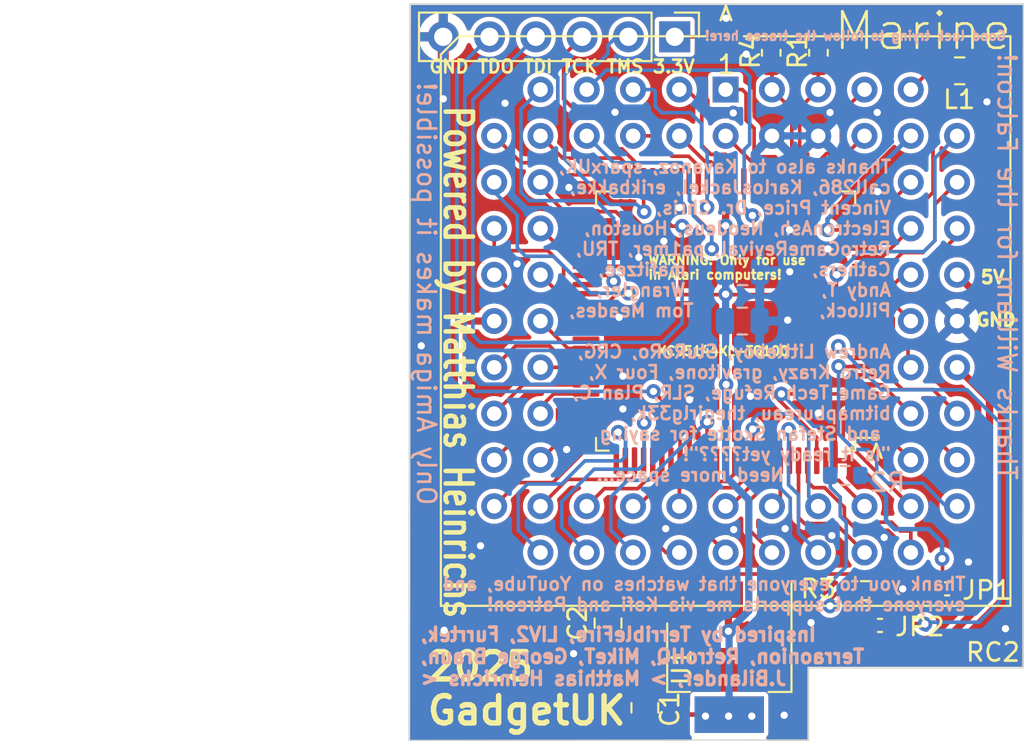
<source format=kicad_pcb>
(kicad_pcb (version 20221018) (generator pcbnew)
  (layers (0 "F.Cu" signal) (31 "B.Cu" signal) (34 "B.Paste" user) (35 "F.Paste" user) (36 "B.SilkS" user "B.Silkscreen") (37 "F.SilkS" user "F.Silkscreen") (38 "B.Mask" user) (39 "F.Mask" user) (44 "Edge.Cuts" user))
  (net 0 "")
  (net 1 "GND")
  (net 2 "VCC_3")
  (footprint "Capacitor_SMD:C_0402_1005Metric_Pad0.74x0.62mm_HandSolder" (layer "F.Cu") (at 28.4734 36.703)
    (fp_text reference "JP2")
    (fp_text value "")
  )
  (footprint "" (layer "F.Cu") (at 20.193 41.6052)
    (fp_text reference "")
    (fp_text value "")
  )
  (footprint "Connector_PinHeader_2.54mm:PinHeader_1x06_P2.54mm_Vertical" (layer "F.Cu") (at 17.209 4.4074 -90)
    (fp_text reference "")
    (fp_text value "")
  )
  (footprint "Package_QFP:TQFP-100_14x14mm_P0.5mm" (layer "F.Cu") (at 20.003 20.003 180)
    (fp_text reference "")
    (fp_text value "")
  )
  (footprint "Resistor_SMD:R_0603_1608Metric" (layer "F.Cu") (at 27.6606 34.798)
    (fp_text reference "R3")
    (fp_text value "R_0603_1608Metric" hide)
  )
  (footprint "Capacitor_SMD:C_0805_2012Metric" (layer "F.Cu") (at 13.5514 36.579 90)
    (fp_text reference "C2")
    (fp_text value "C2")
  )
  (footprint "Inductor_SMD:L_0603_1608Metric" (layer "F.Cu") (at 22.5044 5.2832 -90)
    (fp_text reference "R4")
    (fp_text value "L_0603_1608Metric" hide)
  )
  (footprint "Amiga:Amber" (layer "F.Cu") (at 20.003 7.303)
    (fp_text reference "                              Marine")
    (fp_text value " ")
  )
  (footprint "Inductor_SMD:L_0603_1608Metric" (layer "F.Cu") (at 25.0952 5.2832 -90)
    (fp_text reference "R1")
    (fp_text value "L_0603_1608Metric" hide)
  )
  (footprint "Capacitor_SMD:C_0402_1005Metric_Pad0.74x0.62mm_HandSolder" (layer "F.Cu") (at 32.1564 34.6964)
    (fp_text reference "JP1")
    (fp_text value "")
  )
  (footprint "Package_TO_SOT_SMD:SOT-223" (layer "F.Cu") (at 20.2062 38.4434 -90)
    (fp_text reference "U1")
    (fp_text value "")
  )
  (footprint "Capacitor_SMD:C_0805_2012Metric" (layer "F.Cu") (at 32.8422 6.2738)
    (fp_text reference "L1")
    (fp_text value "L1")
  )
  (footprint "Capacitor_SMD:C_0805_2012Metric" (layer "F.Cu") (at 15.5702 41.2242 90)
    (fp_text reference "C1")
    (fp_text value "C1" hide)
  )
  (footprint "Capacitor_SMD:C_0805_2012Metric" (layer "B.Cu") (at 20.9174 20.003 180)
    (fp_text reference " ")
    (fp_text value " ")
  )
  (footprint "Resistor_SMD:R_0603_1608Metric" (layer "B.Cu") (at 26.5684 28.4734 180)
    (fp_text reference "R2")
    (fp_text value "R_0603_1608Metric" hide)
  )
  (footprint "Capacitor_SMD:C_0805_2012Metric" (layer "B.Cu") (at 20.9296 17.2974 180)
    (fp_text reference " ")
    (fp_text value " ")
  )
  (gr_line (start 36.3474 2.6162) (end 36.322 39.0144) (stroke (width 0.1)) (layer "Edge.Cuts"))
  (gr_line (start 24.5364 39.0144) (end 24.5364 43.0022) (stroke (width 0.1)) (layer "Edge.Cuts"))
  (gr_line (start 24.5364 43.0022) (end 2.6416 43.0276) (stroke (width 0.1)) (layer "Edge.Cuts"))
  (gr_line (start 2.6416 43.0276) (end 2.6924 2.6162) (stroke (width 0.1)) (layer "Edge.Cuts"))
  (gr_line (start 2.6924 2.6162) (end 36.3474 2.6162) (stroke (width 0.1)) (layer "Edge.Cuts"))
  (gr_line (start 36.322 39.0144) (end 24.5364 39.0144) (stroke (width 0.1)) (layer "Edge.Cuts"))
  (gr_text "Thanks William for the Falcon!" (at 34.8488 28.8036 -90) (layer "B.SilkS") (effects (font (size 1 1)) (justify left bottom mirror)))
  (gr_text "Thanks also to Kavanoz, sparxUK, \ncall286, KarlosJackel, erikbakke,\nVincent Price, Dr. Chris, \nElectronAsh, Neodeus, Houston,\nRetroGameRevival, pa1mer, TRU,\nCathers,             mafitzee,\nAndy T,              Wrangler, \nPillock,             Tom Meades, \n \nAndrew Littleboy, StuRoRo, CRG, \nRetro Krazy, gravitone, Four X, \nGame Tech Refuge, SLR, Plan C,\nbitmapbureau, thegirlg33k, \n and Stefan Skotte for saying\n{dblquote}Is it ready yet????{dblquote}!  \n           Need more space..." (at 29.1592 28.8544) (layer "B.SilkS") (effects (font (size 0.7 0.7)) (justify left bottom mirror)))
  (gr_text "Thank you to everyone that watches on YouTube, and \neveryone that supports me via Kofi and Patreon!" (at 33.2486 35.9664) (layer "B.SilkS") (effects (font (size 0.7 0.7)) (justify left bottom mirror)))
  (gr_text "Only Amiga makes it possible!" (at 2.9972 30.2006 -90) (layer "B.SilkS") (effects (font (size 1 1)) (justify left bottom mirror)))
  (gr_text "Inspired by TerribleFire, LIV2, Furrtek,\nTerraonion, RetroHQ, MikeT, George Braun,\nJ.Bilander, > Matthias Heinrichs <" (at 3.175 40.0558) (layer "B.SilkS") (effects (font (size 0.75 0.75) (thickness 0.1875) bold) (justify right bottom mirror)))
  (gr_text "Good luck trying to follow the traces here!" (at 35.4584 4.6482) (layer "B.SilkS") (effects (font (size 0.5 0.5) (thickness 0.125)) (justify left bottom mirror)))
  (gr_text "<" (at 19.5072 2.3876 -90) (layer "F.SilkS") (effects (font (size 1 1)) (justify left bottom)))
  (gr_text "5V" (at 33.909 18.0086) (layer "F.SilkS") (effects (font (size 0.7 0.7) (thickness 0.175) bold) (justify left bottom)))
  (gr_text "<" (at 27.758 26.413 -90) (layer "F.SilkS") (effects (font (size 1 1)) (justify left bottom)))
  (gr_text "GND" (at 33.655 20.3454) (layer "F.SilkS") (effects (font (size 0.7 0.7) (thickness 0.175) bold) (justify left bottom)))
  (gr_text "RC2" (at 34.671 38.1762) (layer "F.SilkS") (effects (font (size 1 1))))
  (gr_text "XC95144XL-TQ100" (at 19.8628 21.9456) (layer "F.SilkS") (effects (font (size 0.5 0.5) (thickness 0.125) bold) (justify bottom)))
  (gr_text "1" (at 19.4696 6.5156) (layer "F.SilkS") (effects (font (size 1 1)) (justify left bottom)))
  (gr_text "WARNING: Only for use\nin Atari computers!" (at 15.6972 17.7546) (layer "F.SilkS") (effects (font (size 0.5 0.5) (thickness 0.125)) (justify left bottom)))
  (gr_text "GND TDO TDI TCK TMS 3.3V" (at 3.6576 6.4516) (layer "F.SilkS") (effects (font (size 0.7 0.7)) (justify left bottom)))
  (gr_text "Powered by Matthias Heinrichs" (at 4.445 36.449 270) (layer "F.SilkS") (effects (font (size 1.5 1.2) (thickness 0.25) bold) (justify right bottom)))
  (gr_text "2025\nGadgetUK" (at 3.493 42.2534) (layer "F.SilkS") (effects (font (size 1.5 1.5) (thickness 0.3) bold) (justify left bottom)))
  (segment (start 27.6655 14.003) (end 28.543 14.003) (width 0.2) (layer "F.Cu") (net 0))
  (segment (start 11.343 21.503) (end 12.3405 21.503) (width 0.2) (layer "F.Cu") (net 0))
  (segment (start 16.0914 28.6898) (end 15.685 28.6898) (width 0.2) (layer "F.Cu") (net 0))
  (segment (start 14.2118 11.0622) (end 14.503 11.3534) (width 0.2) (layer "F.Cu") (net 0))
  (segment (start 12.3405 20.003) (end 11.4178 20.003) (width 0.2) (layer "F.Cu") (net 0))
  (segment (start 18.225 13.6022) (end 18.0218 13.399) (width 0.2) (layer "F.Cu") (net 0))
  (segment (start 21.019 13.7546) (end 21.019 12.3565) (width 0.2) (layer "F.Cu") (net 0))
  (segment (start 20.503 27.6655) (end 20.503 28.3666) (width 0.2) (layer "F.Cu") (net 0))
  (segment (start 22.7208 10.986) (end 23.003 11.2682) (width 0.2) (layer "F.Cu") (net 0))
  (segment (start 14.923 32.703) (end 14.923 32.5506) (width 0.2) (layer "F.Cu") (net 0))
  (segment (start 16.7264 32.703) (end 16.0782 32.0548) (width 0.2) (layer "F.Cu") (net 0))
  (segment (start 29.1171 36.6268) (end 29.0409 36.703) (width 0.25) (layer "F.Cu") (net 0))
  (segment (start 17.0566 14.796) (end 16.4978 14.2372) (width 0.2) (layer "F.Cu") (net 0))
  (segment (start 12.636 26.7594) (end 13.6022 26.7594) (width 0.2) (layer "F.Cu") (net 0))
  (segment (start 9.843 24.7274) (end 10.5674 24.003) (width 0.2) (layer "F.Cu") (net 0))
  (segment (start 26.5176 30.226) (end 26.5176 30.7848) (width 0.2) (layer "F.Cu") (net 0))
  (segment (start 18.987 27.6495) (end 19.003 27.6655) (width 0.2) (layer "F.Cu") (net 0))
  (segment (start 10.9474 20.2946) (end 11.1558 20.503) (width 0.2) (layer "F.Cu") (net 0))
  (segment (start 25.503 11.455) (end 25.7434 11.2146) (width 0.2) (layer "F.Cu") (net 0))
  (segment (start 19.503 28.376) (end 19.503 27.6655) (width 0.2) (layer "F.Cu") (net 0))
  (segment (start 9.843 9.843) (end 11.0622 11.0622) (width 0.2) (layer "F.Cu") (net 0))
  (segment (start 27.6199 20.5486) (end 27.6655 20.503) (width 0.2) (layer "F.Cu") (net 0))
  (segment (start 26.4546 25.1846) (end 26.6362 25.003) (width 0.2) (layer "F.Cu") (net 0))
  (segment (start 22.8478 7.303) (end 22.543 7.303) (width 0.2) (layer "F.Cu") (net 0))
  (segment (start 31.4838 15.5834) (end 30.8234 16.2438) (width 0.2) (layer "F.Cu") (net 0))
  (segment (start 26.353 10.4526) (end 26.353 8.573) (width 0.2) (layer "F.Cu") (net 0))
  (segment (start 10.2494 16.1422) (end 7.4046 16.1422) (width 0.2) (layer "F.Cu") (net 0))
  (segment (start 33.7922 6.2738) (end 33.7922 7.1018) (width 0.2) (layer "F.Cu") (net 0))
  (segment (start 26.6362 25.003) (end 27.6655 25.003) (width 0.2) (layer "F.Cu") (net 0))
  (segment (start 31.4838 13.6022) (end 31.4838 15.5834) (width 0.2) (layer "F.Cu") (net 0))
  (segment (start 17.971 10.9606) (end 18.503 11.4926) (width 0.2) (layer "F.Cu") (net 0))
  (segment (start 26.2514 11.2146) (end 25.7434 11.2146) (width 0.2) (layer "F.Cu") (net 0))
  (segment (start 24.503 10.8378) (end 24.067 10.4018) (width 0.2) (layer "F.Cu") (net 0))
  (segment (start 18.8346 38.1386) (end 17.957 37.261) (width 0.4) (layer "F.Cu") (net 0))
  (segment (start 30.8234 16.2438) (end 29.7058 16.2438) (width 0.2) (layer "F.Cu") (net 0))
  (segment (start 17.6662 30.163) (end 17.463 30.163) (width 0.2) (layer "F.Cu") (net 0))
  (segment (start 31.433 38.1386) (end 18.8346 38.1386) (width 0.4) (layer "F.Cu") (net 0))
  (segment (start 9.843 20.003) (end 11.343 21.503) (width 0.2) (layer "F.Cu") (net 0))
  (segment (start 28.543 26.003) (end 27.6655 26.003) (width 0.2) (layer "F.Cu") (net 0))
  (segment (start 32.703 25.083) (end 31.3822 23.7622) (width 0.2) (layer "F.Cu") (net 0))
  (segment (start 11.0622 11.0622) (end 14.2118 11.0622) (width 0.2) (layer "F.Cu") (net 0))
  (segment (start 5.1186 20.3586) (end 5.1186 33.8206) (width 0.4) (layer "F.Cu") (net 0))
  (segment (start 9.843 32.703) (end 9.843 32.4998) (width 0.2) (layer "F.Cu") (net 0))
  (segment (start 7.303 30.163) (end 8.5984 28.8676) (width 0.2) (layer "F.Cu") (net 0))
  (segment (start 18.225 14.161) (end 18.225 13.6022) (width 0.2) (layer "F.Cu") (net 0))
  (segment (start 13.6391 11.9766) (end 10.9606 11.9766) (width 0.2) (layer "F.Cu") (net 0))
  (segment (start 11.423 16.503) (end 12.3405 16.503) (width 0.2) (layer "F.Cu") (net 0))
  (segment (start 18.9484 29.8206) (end 19.622 29.147) (width 0.2) (layer "F.Cu") (net 0))
  (segment (start 28.4856 35.2674) (end 28.4856 34.798) (width 0.25) (layer "F.Cu") (net 0))
  (segment (start 16.503 28.2782) (end 16.0914 28.6898) (width 0.2) (layer "F.Cu") (net 0))
  (segment (start 30.163 30.163) (end 26.4546 26.4546) (width 0.2) (layer "F.Cu") (net 0))
  (segment (start 11.113 7.811) (end 11.113 5.4234) (width 0.2) (layer "F.Cu") (net 0))
  (segment (start 31.9024 33.8836) (end 32.6136 33.8836) (width 0.2) (layer "F.Cu") (net 0))
  (segment (start 11.2654 25.6926) (end 11.455 25.503) (width 0.2) (layer "F.Cu") (net 0))
  (segment (start 7.4046 16.1422) (end 7.303 16.0406) (width 0.2) (layer "F.Cu") (net 0))
  (segment (start 14.0594 18.479) (end 14.669 18.479) (width 0.2) (layer "F.Cu") (net 0))
  (segment (start 27.6655 19.503) (end 27.7083 19.5458) (width 0.2) (layer "F.Cu") (net 0))
  (segment (start 17.003 27.6655) (end 17.003 28.337) (width 0.2) (layer "F.Cu") (net 0))
  (segment (start 14.3134 10.5542) (end 13.907 10.5542) (width 0.2) (layer "F.Cu") (net 0))
  (segment (start 23.003 11.2682) (end 23.003 12.3405) (width 0.2) (layer "F.Cu") (net 0))
  (segment (start 10.351 21.3746) (end 10.9794 22.003) (width 0.2) (layer "F.Cu") (net 0))
  (segment (start 10.478 26.353) (end 8.954 26.353) (width 0.2) (layer "F.Cu") (net 0))
  (segment (start 11.6582 14.503) (end 9.843 12.6878) (width 0.2) (layer "F.Cu") (net 0))
  (segment (start 29.7566 13.653) (end 30.671 13.653) (width 0.2) (layer "F.Cu") (net 0))
  (segment (start 18.987 13.7546) (end 19.003 13.7386) (width 0.2) (layer "F.Cu") (net 0))
  (segment (start 25.083 7.303) (end 25.083 6.0829) (width 0.2) (layer "F.Cu") (net 0))
  (segment (start 25.003 11.2946) (end 25.0538 11.2946) (width 0.2) (layer "F.Cu") (net 0))
  (segment (start 18.1356 28.6766) (end 18.503 28.3092) (width 0.2) (layer "F.Cu") (net 0))
  (segment (start 27.115 32.703) (end 27.623 32.703) (width 0.2) (layer "F.Cu") (net 0))
  (segment (start 14.0594 18.479) (end 13.5354 19.003) (width 0.2) (layer "F.Cu") (net 0))
  (segment (start 31.433 16.5994) (end 32.703 15.3294) (width 0.2) (layer "F.Cu") (net 0))
  (segment (start 10.9794 22.003) (end 12.3405 22.003) (width 0.2) (layer "F.Cu") (net 0))
  (segment (start 8.573 26.353) (end 8.954 26.353) (width 0.2) (layer "F.Cu") (net 0))
  (segment (start 9.843 27.623) (end 11.2654 26.2006) (width 0.2) (layer "F.Cu") (net 0))
  (segment (start 13.907 10.5542) (end 13.7038 10.351) (width 0.2) (layer "F.Cu") (net 0))
  (segment (start 27.623 30.163) (end 26.2006 28.7406) (width 0.2) (layer "F.Cu") (net 0))
  (segment (start 5.1186 33.8206) (end 6.2354 34.9374) (width 0.4) (layer "F.Cu") (net 0))
  (segment (start 24.503 12.3405) (end 24.503 10.8378) (width 0.2) (layer "F.Cu") (net 0))
  (segment (start 17.6154 14.8468) (end 17.4122 14.8468) (width 0.2) (layer "F.Cu") (net 0))
  (segment (start 18.987 25.5402) (end 18.987 27.6495) (width 0.2) (layer "F.Cu") (net 0))
  (segment (start 14.1102 26.099) (end 14.5166 26.5054) (width 0.2) (layer "F.Cu") (net 0))
  (segment (start 9.843 30.163) (end 11.3162 28.6898) (width 0.2) (layer "F.Cu") (net 0))
  (segment (start 18.503 11.4926) (end 18.503 12.3405) (width 0.2) (layer "F.Cu") (net 0))
  (segment (start 30.163 25.083) (end 28.583 23.503) (width 0.2) (layer "F.Cu") (net 0))
  (segment (start 25.4894 27.6791) (end 25.503 27.6655) (width 0.2) (layer "F.Cu") (net 0))
  (segment (start 24.503 28.821) (end 24.829 29.147) (width 0.2) (layer "F.Cu") (net 0))
  (segment (start 29.591 31.5214) (end 30.1244 31.5214) (width 0.2) (layer "F.Cu") (net 0))
  (segment (start 29.7058 16.2438) (end 28.4466 17.503) (width 0.2) (layer "F.Cu") (net 0))
  (segment (start 31.3822 9.5118) (end 31.3822 12.9418) (width 0.2) (layer "F.Cu") (net 0))
  (segment (start 30.163 31.56) (end 30.163 32.703) (width 0.2) (layer "F.Cu") (net 0))
  (segment (start 25.503 13.995) (end 25.464 14.034) (width 0) (layer "F.Cu") (net 0))
  (segment (start 8.4714 21.3746) (end 10.351 21.3746) (width 0.2) (layer "F.Cu") (net 0))
  (segment (start 17.6276 29.0576) (end 18.8214 29.0576) (width 0.2) (layer "F.Cu") (net 0))
  (segment (start 26.5938 20.5486) (end 27.6199 20.5486) (width 0.2) (layer "F.Cu") (net 0))
  (segment (start 12.3405 17.503) (end 13.5406 17.503) (width 0.2) (layer "F.Cu") (net 0))
  (segment (start 11.1342 24.503) (end 10.7828 24.8544) (width 0.2) (layer "F.Cu") (net 0))
  (segment (start 28.893 24.6766) (end 28.7194 24.503) (width 0.2) (layer "F.Cu") (net 0))
  (segment (start 15.003 28.5082) (end 15.003 27.6655) (width 0.2) (layer "F.Cu") (net 0))
  (segment (start 18.6944 8.128) (end 17.8694 7.303) (width 0.2) (layer "F.Cu") (net 0))
  (segment (start 24.067 8.319) (end 25.083 7.303) (width 0.2) (layer "F.Cu") (net 0))
  (segment (start 14.003 27.1602) (end 14.003 27.6655) (width 0.2) (layer "F.Cu") (net 0))
  (segment (start 26.1874 21.3614) (end 26.2001 21.3741) (width 0.2) (layer "F.Cu") (net 0))
  (segment (start 11.2654 26.2006) (end 11.2654 25.6926) (width 0.2) (layer "F.Cu") (net 0))
  (segment (start 9.843 22.543) (end 12.3005 22.543) (width 0.2) (layer "F.Cu") (net 0))
  (segment (start 15.177 30.163) (end 14.923 30.163) (width 0.2) (layer "F.Cu") (net 0))
  (segment (start 32.6136 33.8836) (end 32.7239 33.9939) (width 0.2) (layer "F.Cu") (net 0))
  (segment (start 24.003 27.6655) (end 24.003 28.957) (width 0.2) (layer "F.Cu") (net 0))
  (segment (start 25.5402 10.8082) (end 25.9974 10.8082) (width 0.2) (layer "F.Cu") (net 0))
  (segment (start 29.0962 23.1526) (end 29.0962 21.1206) (width 0.2) (layer "F.Cu") (net 0))
  (segment (start 26.0858 17.4762) (end 26.0858 20.0406) (width 0.2) (layer "F.Cu") (net 0))
  (segment (start 17.503 25.3262) (end 16.0406 23.8638) (width 0.2) (layer "F.Cu") (net 0))
  (segment (start 26.099 17.463) (end 26.0858 17.4762) (width 0.2) (layer "F.Cu") (net 0))
  (segment (start 25.9974 10.8082) (end 26.353 10.4526) (width 0.2) (layer "F.Cu") (net 0))
  (segment (start 26.2114 22.503) (end 26.2006 22.4922) (width 0.2) (layer "F.Cu") (net 0))
  (segment (start 29.0962 21.1206) (end 28.7406 20.765) (width 0.2) (layer "F.Cu") (net 0))
  (segment (start 10.351 26.353) (end 10.1478 26.353) (width 0.2) (layer "F.Cu") (net 0))
  (segment (start 26.4546 26.4546) (end 26.4546 25.1846) (width 0.2) (layer "F.Cu") (net 0))
  (segment (start 14.8214 28.6898) (end 15.003 28.5082) (width 0.2) (layer "F.Cu") (net 0))
  (segment (start 27.6655 22.503) (end 26.2114 22.503) (width 0.2) (layer "F.Cu") (net 0))
  (segment (start 28.5882 20.003) (end 27.6655 20.003) (width 0.2) (layer "F.Cu") (net 0))
  (segment (start 10.7828 24.8544) (end 10.7828 26.0482) (width 0.2) (layer "F.Cu") (net 0))
  (segment (start 32.703 12.383) (end 31.4838 13.6022) (width 0.2) (layer "F.Cu") (net 0))
  (segment (start 29.0454 15.1262) (end 29.0454 14.3642) (width 0.2) (layer "F.Cu") (net 0))
  (segment (start 28.4466 17.503) (end 27.6655 17.503) (width 0.2) (layer "F.Cu") (net 0))
  (segment (start 26.0858 31.1658) (end 27.623 32.703) (width 0.2) (layer "F.Cu") (net 0))
  (segment (start 22.543 7.303) (end 22.543 6.1093) (width 0.2) (layer "F.Cu") (net 0))
  (segment (start 19.1902 10.859) (end 18.6944 10.3632) (width 0.2) (layer "F.Cu") (net 0))
  (segment (start 24.003 11.2776) (end 24.003 12.3405) (width 0.2) (layer "F.Cu") (net 0))
  (segment (start 21.003 28.7058) (end 20.5618 29.147) (width 0.2) (layer "F.Cu") (net 0))
  (segment (start 11.3162 28.6898) (end 14.8214 28.6898) (width 0.2) (layer "F.Cu") (net 0))
  (segment (start 26.988 9.843) (end 27.623 9.843) (width 0.2) (layer "F.Cu") (net 0))
  (segment (start 26.0858 31.115) (end 26.0858 31.1658) (width 0.2) (layer "F.Cu") (net 0))
  (segment (start 21.1206 8.9794) (end 21.5646 9.4234) (width 0.2) (layer "F.Cu") (net 0))
  (segment (start 31.1922 6.2738) (end 31.8922 6.2738) (width 0.2) (layer "F.Cu") (net 0))
  (segment (start 27.6655 22.003) (end 26.829 22.003) (width 0.2) (layer "F.Cu") (net 0))
  (segment (start 15.003 12.3405) (end 15.003 11.2438) (width 0.2) (layer "F.Cu") (net 0))
  (segment (start 13.6022 26.7594) (end 14.003 27.1602) (width 0.2) (layer "F.Cu") (net 0))
  (segment (start 19.241 15.177) (end 18.225 14.161) (width 0.2) (layer "F.Cu") (net 0))
  (segment (start 18.0726 7.303) (end 17.463 7.303) (width 0.2) (layer "F.Cu") (net 0))
  (segment (start 21.019 12.3565) (end 21.003 12.3405) (width 0.2) (layer "F.Cu") (net 0))
  (segment (start 23.0002 27.6683) (end 23.003 27.6655) (width 0.2) (layer "F.Cu") (net 0))
  (segment (start 25.083 32.703) (end 24.9306 32.703) (width 0.2) (layer "F.Cu") (net 0))
  (segment (start 29.1978 19.8506) (end 29.1978 20.5618) (width 0.2) (layer "F.Cu") (net 0))
  (segment (start 34.481 24.7274) (end 34.481 35.0906) (width 0.4) (layer "F.Cu") (net 0))
  (segment (start 29.1978 18.0218) (end 29.179 18.003) (width 0.2) (layer "F.Cu") (net 0))
  (segment (start 18.7706 33.8836) (end 31.9024 33.8836) (width 0.2) (layer "F.Cu") (net 0))
  (segment (start 8.6746 18.8346) (end 10.3764 18.8346) (width 0.2) (layer "F.Cu") (net 0))
  (segment (start 7.303 17.463) (end 8.6746 18.8346) (width 0.2) (layer "F.Cu") (net 0))
  (segment (start 19.4522 11.5274) (end 19.1902 11.2654) (width 0.2) (layer "F.Cu") (net 0))
  (segment (start 21.003 27.6655) (end 21.003 28.7058) (width 0.2) (layer "F.Cu") (net 0))
  (segment (start 27.6655 18.503) (end 31.155 18.503) (width 0.2) (layer "F.Cu") (net 0))
  (segment (start 31.433 26.353) (end 29.7058 26.353) (width 0.2) (layer "F.Cu") (net 0))
  (segment (start 24.503 27.6655) (end 24.503 28.821) (width 0.2) (layer "F.Cu") (net 0))
  (segment (start 22.543 32.703) (end 21.3238 31.4838) (width 0.2) (layer "F.Cu") (net 0))
  (segment (start 6.2354 34.9374) (end 17.957 34.9374) (width 0.4) (layer "F.Cu") (net 0))
  (segment (start 20.066 28.8036) (end 19.5326 28.8036) (width 0.2) (layer "F.Cu") (net 0))
  (segment (start 19.1902 11.2654) (end 18.8854 11.2654) (width 0.2) (layer "F.Cu") (net 0))
  (segment (start 14.503 11.3534) (end 14.503 12.3405) (width 0.2) (layer "F.Cu") (net 0))
  (segment (start 31.9024 33.8836) (end 31.9024 33.0708) (width 0.2) (layer "F.Cu") (net 0))
  (segment (start 15.939 9.843) (end 17.0566 10.9606) (width 0.2) (layer "F.Cu") (net 0))
  (segment (start 12.3405 24.503) (end 11.1342 24.503) (width 0.2) (layer "F.Cu") (net 0))
  (segment (start 22.543 6.1093) (end 22.5044 6.0707) (width 0.2) (layer "F.Cu") (net 0))
  (segment (start 25.5948 15.003) (end 25.591 14.9992) (width 0.2) (layer "F.Cu") (net 0))
  (segment (start 17.463 30.163) (end 17.463 29.2222) (width 0.2) (layer "F.Cu") (net 0))
  (segment (start 15.685 28.6898) (end 15.177 29.1978) (width 0.2) (layer "F.Cu") (net 0))
  (segment (start 28.6686 15.503) (end 29.0454 15.1262) (width 0.2) (layer "F.Cu") (net 0))
  (segment (start 25.083 6.0829) (end 25.0952 6.0707) (width 0.2) (layer "F.Cu") (net 0))
  (segment (start 25.0538 11.2946) (end 25.5402 10.8082) (width 0.2) (layer "F.Cu") (net 0))
  (segment (start 21.5646 10.668) (end 21.8826 10.986) (width 0.2) (layer "F.Cu") (net 0))
  (segment (start 25.003 12.3405) (end 25.003 11.2946) (width 0.2) (layer "F.Cu") (net 0))
  (segment (start 29.1084 31.0388) (end 29.591 31.5214) (width 0.2) (layer "F.Cu") (net 0))
  (segment (start 32.703 27.623) (end 31.433 26.353) (width 0.2) (layer "F.Cu") (net 0))
  (segment (start 26.2006 28.7406) (end 25.5402 28.7406) (width 0.2) (layer "F.Cu") (net 0))
  (segment (start 18.9484 31.6484) (end 18.9484 29.8206) (width 0.2) (layer "F.Cu") (net 0))
  (segment (start 30.671 13.653) (end 31.3822 12.9418) (width 0.2) (layer "F.Cu") (net 0))
  (segment (start 21.4884 27.6509) (end 21.503 27.6655) (width 0.2) (layer "F.Cu") (net 0))
  (segment (start 10.9474 19.4056) (end 10.9474 20.2946) (width 0.2) (layer "F.Cu") (net 0))
  (segment (start 20.5618 29.147) (end 19.622 29.147) (width 0.2) (layer "F.Cu") (net 0))
  (segment (start 11.2908 19.876) (end 11.2908 18.9108) (width 0.2) (layer "F.Cu") (net 0))
  (segment (start 13.7038 9.5382) (end 12.891 8.7254) (width 0.2) (layer "F.Cu") (net 0))
  (segment (start 24.003 28.957) (end 24.0035 28.9575) (width 0.2) (layer "F.Cu") (net 0))
  (segment (start 21.019 13.7546) (end 21.4762 14.2118) (width 0.2) (layer "F.Cu") (net 0))
  (segment (start 32.7239 33.9939) (end 32.7239 34.6964) (width 0.2) (layer "F.Cu") (net 0))
  (segment (start 26.0858 20.0406) (end 26.5938 20.5486) (width 0.2) (layer "F.Cu") (net 0))
  (segment (start 30.163 7.303) (end 31.1922 6.2738) (width 0.2) (layer "F.Cu") (net 0))
  (segment (start 30.163 17.463) (end 29.7566 17.463) (width 0.2) (layer "F.Cu") (net 0))
  (segment (start 12.3405 23.503) (end 8.883 23.503) (width 0.2) (layer "F.Cu") (net 0))
  (segment (start 34.481 35.0906) (end 31.433 38.1386) (width 0.4) (layer "F.Cu") (net 0))
  (segment (start 15.177 29.1978) (end 13.3482 29.1978) (width 0.2) (layer "F.Cu") (net 0))
  (segment (start 30.0106 21.3746) (end 30.0106 22.3906) (width 0.2) (layer "F.Cu") (net 0))
  (segment (start 20.503 11.359) (end 20.003 10.859) (width 0.2) (layer "F.Cu") (net 0))
  (segment (start 11.1558 20.503) (end 12.3405 20.503) (width 0.2) (layer "F.Cu") (net 0))
  (segment (start 13.5354 19.003) (end 12.3405 19.003) (width 0.2) (layer "F.Cu") (net 0))
  (segment (start 26.5176 30.7848) (end 27.1658 31.433) (width 0.2) (layer "F.Cu") (net 0))
  (segment (start 25.4386 29.147) (end 26.5176 30.226) (width 0.2) (layer "F.Cu") (net 0))
  (segment (start 28.0792 31.433) (end 28.4734 31.0388) (width 0.2) (layer "F.Cu") (net 0))
  (segment (start 26.099 17.463) (end 26.1112 17.4752) (width 0.2) (layer "F.Cu") (net 0))
  (segment (start 20.257 30.163) (end 20.003 30.163) (width 0.2) (layer "F.Cu") (net 0))
  (segment (start 11.455 25.503) (end 12.3405 25.503) (width 0.2) (layer "F.Cu") (net 0))
  (segment (start 19.5326 28.8036) (end 18.542 29.7942) (width 0.2) (layer "F.Cu") (net 0))
  (segment (start 10.3002 11.3162) (end 8.7762 11.3162) (width 0.2) (layer "F.Cu") (net 0))
  (segment (start 9.843 12.6878) (end 9.843 12.383) (width 0.2) (layer "F.Cu") (net 0))
  (segment (start 28.583 16.503) (end 30.163 14.923) (width 0.2) (layer "F.Cu") (net 0))
  (segment (start 21.4884 25.9334) (end 21.4884 27.6509) (width 0.2) (layer "F.Cu") (net 0))
  (segment (start 30.9372 36.6268) (end 29.1171 36.6268) (width 0.25) (layer "F.Cu") (net 0))
  (segment (start 18.0218 13.399) (end 18.0218 12.3593) (width 0.2) (layer "F.Cu") (net 0))
  (segment (start 30.163 27.623) (end 28.543 26.003) (width 0.2) (layer "F.Cu") (net 0))
  (segment (start 17.0566 10.9606) (end 17.971 10.9606) (width 0.2) (layer "F.Cu") (net 0))
  (segment (start 30.163 20.003) (end 29.163 19.003) (width 0.2) (layer "F.Cu") (net 0))
  (segment (start 27.623 9.843) (end 26.2514 11.2146) (width 0.2) (layer "F.Cu") (net 0))
  (segment (start 19.4442 27.7243) (end 19.503 27.6655) (width 0.2) (layer "F.Cu") (net 0))
  (segment (start 16.503 13.5716) (end 16.503 12.3405) (width 0.2) (layer "F.Cu") (net 0))
  (segment (start 21.1206 7.5062) (end 21.1206 8.9794) (width 0.2) (layer "F.Cu") (net 0))
  (segment (start 30.0106 22.3906) (end 30.163 22.543) (width 0.2) (layer "F.Cu") (net 0))
  (segment (start 9.843 25.083) (end 9.843 24.7274) (width 0.2) (layer "F.Cu") (net 0))
  (segment (start 18.542 29.7942) (end 18.542 33.655) (width 0.2) (layer "F.Cu") (net 0))
  (segment (start 17.003 28.337) (end 15.177 30.163) (width 0.2) (layer "F.Cu") (net 0))
  (segment (start 26.2128 21.3868) (end 26.1874 21.3868) (width 0.2) (layer "F.Cu") (net 0))
  (segment (start 5.4742 20.003) (end 5.1186 20.3586) (width 0.4) (layer "F.Cu") (net 0))
  (segment (start 10.3764 18.8346) (end 10.9474 19.4056) (width 0.2) (layer "F.Cu") (net 0))
  (segment (start 11.113 5.4234) (end 12.129 4.4074) (width 0.2) (layer "F.Cu") (net 0))
  (segment (start 26.1874 21.3868) (end 26.1874 21.3614) (width 0.2) (layer "F.Cu") (net 0))
  (segment (start 18.8214 29.0576) (end 19.503 28.376) (width 0.2) (layer "F.Cu") (net 0))
  (segment (start 29.0322 36.6943) (end 29.0322 35.814) (width 0.25) (layer "F.Cu") (net 0))
  (segment (start 16.0782 29.7942) (end 17.1958 28.6766) (width 0.2) (layer "F.Cu") (net 0))
  (segment (start 18.0218 12.3593) (end 18.003 12.3405) (width 0.2) (layer "F.Cu") (net 0))
  (segment (start 14.5166 26.5054) (end 14.5166 27.6519) (width 0.2) (layer "F.Cu") (net 0))
  (segment (start 24.9814 12.3189) (end 25.003 12.3405) (width 0.2) (layer "F.Cu") (net 0))
  (segment (start 29.7058 26.353) (end 28.893 25.5402) (width 0.2) (layer "F.Cu") (net 0))
  (segment (start 7.303 22.543) (end 8.4714 21.3746) (width 0.2) (layer "F.Cu") (net 0))
  (segment (start 7.303 16.0406) (end 7.303 14.923) (width 0.2) (layer "F.Cu") (net 0))
  (segment (start 12.0274 8.7254) (end 11.113 7.811) (width 0.2) (layer "F.Cu") (net 0))
  (segment (start 11.113 17.0058) (end 10.2494 16.1422) (width 0.2) (layer "F.Cu") (net 0))
  (segment (start 17.503 27.6655) (end 17.503 25.3262) (width 0.2) (layer "F.Cu") (net 0))
  (segment (start 11.4178 20.003) (end 11.2908 19.876) (width 0.2) (layer "F.Cu") (net 0))
  (segment (start 19.503 27.6655) (end 19.495 27.6735) (width 0.2) (layer "F.Cu") (net 0))
  (segment (start 27.6655 15.503) (end 28.6686 15.503) (width 0.2) (layer "F.Cu") (net 0))
  (segment (start 11.113 18.1234) (end 11.113 17.0058) (width 0.2) (layer "F.Cu") (net 0))
  (segment (start 17.6154 14.796) (end 17.0566 14.796) (width 0.2) (layer "F.Cu") (net 0))
  (segment (start 21.8826 10.986) (end 22.7208 10.986) (width 0.2) (layer "F.Cu") (net 0))
  (segment (start 29.163 19.003) (end 27.6655 19.003) (width 0.2) (layer "F.Cu") (net 0))
  (segment (start 16.503 27.6655) (end 16.503 28.2782) (width 0.2) (layer "F.Cu") (net 0))
  (segment (start 28.7406 20.765) (end 28.7406 20.1554) (width 0.2) (layer "F.Cu") (net 0))
  (segment (start 28.893 25.5402) (end 28.893 24.6766) (width 0.2) (layer "F.Cu") (net 0))
  (segment (start 22.003 27.6655) (end 22.003 28.417) (width 0.2) (layer "F.Cu") (net 0))
  (segment (start 22.503 28.679) (end 22.503 27.6655) (width 0.2) (layer "F.Cu") (net 0))
  (segment (start 15.503 13.979) (end 15.5326 14.0086) (width 0.2) (layer "F.Cu") (net 0))
  (segment (start 8.954 26.353) (end 10.1478 26.353) (width 0.2) (layer "F.Cu") (net 0))
  (segment (start 29.0409 36.703) (end 29.0322 36.6943) (width 0.25) (layer "F.Cu") (net 0))
  (segment (start 17.957 37.261) (end 17.957 34.9374) (width 0.4) (layer "F.Cu") (net 0))
  (segment (start 24.067 10.4018) (end 24.067 8.319) (width 0.2) (layer "F.Cu") (net 0))
  (segment (start 29.0454 14.3642) (end 29.7566 13.653) (width 0.2) (layer "F.Cu") (net 0))
  (segment (start 29.7058 23.7622) (end 29.0962 23.1526) (width 0.2) (layer "F.Cu") (net 0))
  (segment (start 15.003 11.2438) (end 14.3134 10.5542) (width 0.2) (layer "F.Cu") (net 0))
  (segment (start 11.2908 18.9108) (end 9.843 17.463) (width 0.2) (layer "F.Cu") (net 0))
  (segment (start 18.6944 10.3632) (end 18.6944 8.128) (width 0.2) (layer "F.Cu") (net 0))
  (segment (start 22.003 28.417) (end 20.257 30.163) (width 0.2) (layer "F.Cu") (net 0))
  (segment (start 28.7194 24.503) (end 27.6655 24.503) (width 0.2) (layer "F.Cu") (net 0))
  (segment (start 34.481 19.241) (end 34.481 24.7274) (width 0.4) (layer "F.Cu") (net 0))
  (segment (start 13.5406 17.503) (end 13.8562 17.8186) (width 0.2) (layer "F.Cu") (net 0))
  (segment (start 20.503 27.6655) (end 20.503 28.392) (width 0.2) (layer "F.Cu") (net 0))
  (segment (start 21.503 12.3405) (end 21.503 11.343) (width 0.2) (layer "F.Cu") (net 0))
  (segment (start 31.155 18.503) (end 31.433 18.225) (width 0.2) (layer "F.Cu") (net 0))
  (segment (start 31.433 18.225) (end 31.433 16.5994) (width 0.2) (layer "F.Cu") (net 0))
  (segment (start 14.923 9.843) (end 15.939 9.843) (width 0.2) (layer "F.Cu") (net 0))
  (segment (start 17.1958 28.6766) (end 18.1356 28.6766) (width 0.2) (layer "F.Cu") (net 0))
  (segment (start 18.542 33.655) (end 18.7706 33.8836) (width 0.2) (layer "F.Cu") (net 0))
  (segment (start 24.0035 30.7853) (end 24.3332 31.115) (width 0.2) (layer "F.Cu") (net 0))
  (segment (start 10.5674 24.003) (end 12.3405 24.003) (width 0.2) (layer "F.Cu") (net 0))
  (segment (start 32.703 22.543) (end 34.481 24.321) (width 0.4) (layer "F.Cu") (net 0))
  (segment (start 31.3822 23.7622) (end 29.7058 23.7622) (width 0.2) (layer "F.Cu") (net 0))
  (segment (start 10.5278 28.8676) (end 12.636 26.7594) (width 0.2) (layer "F.Cu") (net 0))
  (segment (start 12.3405 18.503) (end 11.4926 18.503) (width 0.2) (layer "F.Cu") (net 0))
  (segment (start 26.829 22.003) (end 26.2128 21.3868) (width 0.2) (layer "F.Cu") (net 0))
  (segment (start 8.7762 11.3162) (end 7.303 9.843) (width 0.2) (layer "F.Cu") (net 0))
  (segment (start 23.6352 10.9098) (end 24.003 11.2776) (width 0.2) (layer "F.Cu") (net 0))
  (segment (start 31.9024 33.0708) (end 31.877 33.0454) (width 0.2) (layer "F.Cu") (net 0))
  (segment (start 26.353 8.573) (end 26.4038 8.5222) (width 0.2) (layer "F.Cu") (net 0))
  (segment (start 26.139 17.503) (end 26.099 17.463) (width 0.2) (layer "F.Cu") (net 0))
  (segment (start 19.503 12.3405) (end 19.503 11.5274) (width 0.2) (layer "F.Cu") (net 0))
  (segment (start 8.883 23.503) (end 7.303 25.083) (width 0.2) (layer "F.Cu") (net 0))
  (segment (start 19.241 16.0406) (end 19.241 15.177) (width 0.2) (layer "F.Cu") (net 0))
  (segment (start 30.1244 31.5214) (end 30.163 31.56) (width 0.2) (layer "F.Cu") (net 0))
  (segment (start 21.503 11.343) (end 20.003 9.843) (width 0.2) (layer "F.Cu") (net 0))
  (segment (start 12.3405 14.503) (end 11.6582 14.503) (width 0.2) (layer "F.Cu") (net 0))
  (segment (start 27.1658 31.433) (end 28.0792 31.433) (width 0.2) (layer "F.Cu") (net 0))
  (segment (start 19.503 11.5274) (end 19.4522 11.5274) (width 0.2) (layer "F.Cu") (net 0))
  (segment (start 11.4926 18.503) (end 11.113 18.1234) (width 0.2) (layer "F.Cu") (net 0))
  (segment (start 32.703 15.3294) (end 32.703 14.923) (width 0.2) (layer "F.Cu") (net 0))
  (segment (start 21.5646 9.4234) (end 21.5646 10.668) (width 0.2) (layer "F.Cu") (net 0))
  (segment (start 25.5402 27.7027) (end 25.503 27.6655) (width 0.2) (layer "F.Cu") (net 0))
  (segment (start 7.303 27.623) (end 8.573 26.353) (width 0.2) (layer "F.Cu") (net 0))
  (segment (start 15.5326 27.6359) (end 15.503 27.6655) (width 0.2) (layer "F.Cu") (net 0))
  (segment (start 27.7083 19.5458) (end 28.893 19.5458) (width 0.2) (layer "F.Cu") (net 0))
  (segment (start 29.7566 17.463) (end 29.1978 18.0218) (width 0.2) (layer "F.Cu") (net 0))
  (segment (start 24.829 29.147) (end 25.4386 29.147) (width 0.2) (layer "F.Cu") (net 0))
  (segment (start 22.543 7.303) (end 23.6352 8.3952) (width 0.2) (layer "F.Cu") (net 0))
  (segment (start 16.0782 32.0548) (end 16.0782 29.7942) (width 0.2) (layer "F.Cu") (net 0))
  (segment (start 34.481 24.321) (end 34.481 24.7274) (width 0.4) (layer "F.Cu") (net 0))
  (segment (start 23.0002 29.7058) (end 23.0002 27.6683) (width 0.2) (layer "F.Cu") (net 0))
  (segment (start 28.543 14.003) (end 30.163 12.383) (width 0.2) (layer "F.Cu") (net 0))
  (segment (start 28.893 19.5458) (end 29.1978 19.8506) (width 0.2) (layer "F.Cu") (net 0))
  (segment (start 15.5326 25.591) (end 15.5326 27.6359) (width 0.2) (layer "F.Cu") (net 0))
  (segment (start 12.3005 22.543) (end 12.3405 22.503) (width 0.2) (layer "F.Cu") (net 0))
  (segment (start 15.503 12.3405) (end 15.503 13.979) (width 0.2) (layer "F.Cu") (net 0))
  (segment (start 20.003 32.703) (end 18.9484 31.6484) (width 0.2) (layer "F.Cu") (net 0))
  (segment (start 24.3332 31.115) (end 26.0858 31.115) (width 0.2) (layer "F.Cu") (net 0))
  (segment (start 19.003 12.3405) (end 18.987 13.7546) (width 0.2) (layer "F.Cu") (net 0))
  (segment (start 18.503 28.3092) (end 18.503 27.6655) (width 0.2) (layer "F.Cu") (net 0))
  (segment (start 23.503 25.9922) (end 23.4574 25.9466) (width 0.2) (layer "F.Cu") (net 0))
  (segment (start 7.303 20.003) (end 5.4742 20.003) (width 0.4) (layer "F.Cu") (net 0))
  (segment (start 16.4978 14.2372) (end 16.4978 13.5768) (width 0.2) (layer "F.Cu") (net 0))
  (segment (start 14.003 12.3405) (end 13.6391 11.9766) (width 0.2) (layer "F.Cu") (net 0))
  (segment (start 14.5166 27.6519) (end 14.503 27.6655) (width 0.2) (layer "F.Cu") (net 0))
  (segment (start 17.463 29.2222) (end 17.6276 29.0576) (width 0.2) (layer "F.Cu") (net 0))
  (segment (start 32.703 17.463) (end 34.481 19.241) (width 0.4) (layer "F.Cu") (net 0))
  (segment (start 20.9174 7.303) (end 21.1206 7.5062) (width 0.2) (layer "F.Cu") (net 0))
  (segment (start 17.8694 7.303) (end 17.463 7.303) (width 0.2) (layer "F.Cu") (net 0))
  (segment (start 24.0035 28.9575) (end 24.0035 30.7853) (width 0.2) (layer "F.Cu") (net 0))
  (segment (start 21.3238 31.4838) (end 21.3238 29.8582) (width 0.2) (layer "F.Cu") (net 0))
  (segment (start 23.6352 8.3952) (end 23.6352 10.9098) (width 0.2) (layer "F.Cu") (net 0))
  (segment (start 27.6655 15.003) (end 25.5948 15.003) (width 0.2) (layer "F.Cu") (net 0))
  (segment (start 29.0322 35.814) (end 28.4856 35.2674) (width 0.25) (layer "F.Cu") (net 0))
  (segment (start 29.179 18.003) (end 27.6655 18.003) (width 0.2) (layer "F.Cu") (net 0))
  (segment (start 12.891 8.7254) (end 12.0274 8.7254) (width 0.2) (layer "F.Cu") (net 0))
  (segment (start 29.1978 20.5618) (end 30.0106 21.3746) (width 0.2) (layer "F.Cu") (net 0))
  (segment (start 9.843 14.923) (end 11.423 16.503) (width 0.2) (layer "F.Cu") (net 0))
  (segment (start 28.7406 20.1554) (end 28.5882 20.003) (width 0.2) (layer "F.Cu") (net 0))
  (segment (start 20.003 7.303) (end 20.9174 7.303) (width 0.2) (layer "F.Cu") (net 0))
  (segment (start 8.5984 28.8676) (end 10.5278 28.8676) (width 0.2) (layer "F.Cu") (net 0))
  (segment (start 13.3482 29.1978) (end 12.383 30.163) (width 0.2) (layer "F.Cu") (net 0))
  (segment (start 18.8854 11.2654) (end 17.463 9.843) (width 0.2) (layer "F.Cu") (net 0))
  (segment (start 27.623 7.303) (end 26.4038 8.5222) (width 0.2) (layer "F.Cu") (net 0))
  (segment (start 21.3238 29.8582) (end 22.503 28.679) (width 0.2) (layer "F.Cu") (net 0))
  (segment (start 25.503 12.3405) (end 25.503 11.455) (width 0.2) (layer "F.Cu") (net 0))
  (segment (start 33.7922 7.1018) (end 31.3822 9.5118) (width 0.2) (layer "F.Cu") (net 0))
  (segment (start 22.543 30.163) (end 23.0002 29.7058) (width 0.2) (layer "F.Cu") (net 0))
  (segment (start 20.503 12.3405) (end 20.503 11.359) (width 0.2) (layer "F.Cu") (net 0))
  (segment (start 20.503 28.3666) (end 20.066 28.8036) (width 0.2) (layer "F.Cu") (net 0))
  (segment (start 20.003 10.859) (end 19.1902 10.859) (width 0.2) (layer "F.Cu") (net 0))
  (segment (start 28.583 23.503) (end 27.6655 23.503) (width 0.2) (layer "F.Cu") (net 0))
  (segment (start 25.5402 28.7406) (end 25.5402 27.7027) (width 0.2) (layer "F.Cu") (net 0))
  (segment (start 13.7038 10.351) (end 13.7038 9.5382) (width 0.2) (layer "F.Cu") (net 0))
  (segment (start 28.4734 31.0388) (end 29.1084 31.0388) (width 0.2) (layer "F.Cu") (net 0))
  (segment (start 23.503 27.6655) (end 23.503 25.9922) (width 0.2) (layer "F.Cu") (net 0))
  (segment (start 10.7828 26.0482) (end 10.478 26.353) (width 0.2) (layer "F.Cu") (net 0))
  (segment (start 17.463 32.703) (end 16.7264 32.703) (width 0.2) (layer "F.Cu") (net 0))
  (segment (start 16.4978 13.5768) (end 16.503 13.5716) (width 0.2) (layer "F.Cu") (net 0))
  (segment (start 27.6655 16.503) (end 28.583 16.503) (width 0.2) (layer "F.Cu") (net 0))
  (segment (start 10.9606 11.9766) (end 10.3002 11.3162) (width 0.2) (layer "F.Cu") (net 0))
  (segment (start 12.3513 17.5138) (end 12.3405 17.503) (width 0.2) (layer "F.Cu") (net 0))
  (via (at 19.241 16.0406) (size 0.8) (drill 0.4) (layers "F.Cu" "B.Cu") (net 0))
  (via (at 21.4884 25.9334) (size 0.8) (drill 0.4) (layers "F.Cu" "B.Cu") (net 0))
  (via (at 21.4762 14.2118) (size 0.8) (drill 0.4) (layers "F.Cu" "B.Cu") (net 0))
  (via (at 26.1874 21.3868) (size 0.8) (drill 0.4) (layers "F.Cu" "B.Cu") (net 0))
  (via (at 30.9372 36.6268) (size 0.8) (drill 0.4) (layers "F.Cu" "B.Cu") (net 0))
  (via (at 15.5326 14.0086) (size 0.8) (drill 0.4) (layers "F.Cu" "B.Cu") (net 0))
  (via (at 18.987 25.5402) (size 0.8) (drill 0.4) (layers "F.Cu" "B.Cu") (net 0))
  (via (at 18.987 13.7546) (size 0.8) (drill 0.4) (layers "F.Cu" "B.Cu") (net 0))
  (via (at 16.0406 23.8638) (size 0.8) (drill 0.4) (layers "F.Cu" "B.Cu") (net 0))
  (via (at 31.877 33.0454) (size 0.8) (drill 0.4) (layers "F.Cu" "B.Cu") (net 0))
  (via (at 26.099 17.463) (size 0.8) (drill 0.4) (layers "F.Cu" "B.Cu") (net 0))
  (via (at 15.5326 25.591) (size 0.8) (drill 0.4) (layers "F.Cu" "B.Cu") (net 0))
  (via (at 25.591 14.9992) (size 0.8) (drill 0.4) (layers "F.Cu" "B.Cu") (net 0))
  (via (at 14.669 18.479) (size 0.8) (drill 0.4) (layers "F.Cu" "B.Cu") (net 0))
  (via (at 13.8562 17.8186) (size 0.8) (drill 0.4) (layers "F.Cu" "B.Cu") (net 0))
  (via (at 14.1102 26.099) (size 0.8) (drill 0.4) (layers "F.Cu" "B.Cu") (net 0))
  (via (at 26.2006 22.4922) (size 0.8) (drill 0.4) (layers "F.Cu" "B.Cu") (net 0))
  (via (at 17.6154 14.796) (size 0.8) (drill 0.4) (layers "F.Cu" "B.Cu") (net 0))
  (via (at 23.4574 25.9466) (size 0.8) (drill 0.4) (layers "F.Cu" "B.Cu") (net 0))
  (segment (start 24.003 29.5402) (end 24.003 31.623) (width 0.2) (layer "B.Cu") (net 0))
  (segment (start 7.303 12.9164) (end 7.303 12.383) (width 0.2) (layer "B.Cu") (net 0))
  (segment (start 29.2862 31.4198) (end 28.8036 30.9372) (width 0.25) (layer "B.Cu") (net 0))
  (segment (start 26.2006 26.2006) (end 26.2006 22.4922) (width 0.2) (layer "B.Cu") (net 0))
  (segment (start 14.6182 28.7406) (end 13.7038 29.655) (width 0.2) (layer "B.Cu") (net 0))
  (segment (start 31.4838 15.5834) (end 31.4838 11.0622) (width 0.2) (layer "B.Cu") (net 0))
  (segment (start 13.7546 11.2146) (end 13.8562 11.3162) (width 0.2) (layer "B.Cu") (net 0))
  (segment (start 18.6822 9.1826) (end 18.0726 8.573) (width 0.2) (layer "B.Cu") (net 0))
  (segment (start 12.383 7.303) (end 13.4498 6.2362) (width 0.2) (layer "B.Cu") (net 0))
  (segment (start 30.8742 16.193) (end 31.4838 15.5834) (width 0.2) (layer "B.Cu") (net 0))
  (segment (start 18.9362 25.5402) (end 15.7358 28.7406) (width 0.2) (layer "B.Cu") (net 0))
  (segment (start 18.987 10.7574) (end 18.6822 10.4526) (width 0.2) (layer "B.Cu") (net 0))
  (segment (start 31.877 32.1564) (end 31.1404 31.4198) (width 0.25) (layer "B.Cu") (net 0))
  (segment (start 21.019 13.145) (end 21.019 13.7546) (width 0.2) (layer "B.Cu") (net 0))
  (segment (start 21.019 13.7546) (end 21.4254 14.161) (width 0.2) (layer "B.Cu") (net 0))
  (segment (start 27.6606 28.4734) (end 27.3934 28.4734) (width 0.25) (layer "B.Cu") (net 0))
  (segment (start 12.383 9.843) (end 13.7546 11.2146) (width 0.2) (layer "B.Cu") (net 0))
  (segment (start 13.4498 6.2362) (end 20.9682 6.2362) (width 0.2) (layer "B.Cu") (net 0))
  (segment (start 19.241 16.0406) (end 19.241 15.9898) (width 0.2) (layer "B.Cu") (net 0))
  (segment (start 9.2334 13.399) (end 8.7762 12.9418) (width 0.2) (layer "B.Cu") (net 0))
  (segment (start 6.1346 7.8618) (end 9.589 4.4074) (width 0.2) (layer "B.Cu") (net 0))
  (segment (start 31.877 33.0454) (end 31.877 32.9692) (width 0.25) (layer "B.Cu") (net 0))
  (segment (start 26.2006 22.4922) (end 26.2514 22.4922) (width 0.2) (layer "B.Cu") (net 0))
  (segment (start 15.7358 28.7406) (end 14.6182 28.7406) (width 0.2) (layer "B.Cu") (net 0))
  (segment (start 12.5862 18.479) (end 10.5542 16.447) (width 0.2) (layer "B.Cu") (net 0))
  (segment (start 15.5326 25.591) (end 15.5326 27.8262) (width 0.2) (layer "B.Cu") (net 0))
  (segment (start 11.0114 28.9438) (end 9.1318 28.9438) (width 0.2) (layer "B.Cu") (net 0))
  (segment (start 35.0266 35.4076) (end 33.909 36.5252) (width 0.2) (layer "B.Cu") (net 0))
  (segment (start 14.5166 26.5054) (end 14.5166 27.4198) (width 0.2) (layer "B.Cu") (net 0))
  (segment (start 28.8036 30.9372) (end 28.8036 29.6164) (width 0.25) (layer "B.Cu") (net 0))
  (segment (start 26.099 17.463) (end 27.369 16.193) (width 0.2) (layer "B.Cu") (net 0))
  (segment (start 18.0218 13.399) (end 18.225 13.6022) (width 0.2) (layer "B.Cu") (net 0))
  (segment (start 16.4978 8.573) (end 16.1422 8.2174) (width 0.2) (layer "B.Cu") (net 0))
  (segment (start 21.019 13.7546) (end 21.019 13.653) (width 0.2) (layer "B.Cu") (net 0))
  (segment (start 11.0114 29.909) (end 11.0114 31.3314) (width 0.2) (layer "B.Cu") (net 0))
  (segment (start 23.4574 28.9946) (end 24.003 29.5402) (width 0.2) (layer "B.Cu") (net 0))
  (segment (start 23.4574 25.9466) (end 23.6606 26.1498) (width 0.2) (layer "B.Cu") (net 0))
  (segment (start 11.7226 5.9314) (end 11.1638 6.4902) (width 0.2) (layer "B.Cu") (net 0))
  (segment (start 26.1874 21.3868) (end 28.575 23.7744) (width 0.2) (layer "B.Cu") (net 0))
  (segment (start 27.051 27.051) (end 26.2006 26.2006) (width 0.2) (layer "B.Cu") (net 0))
  (segment (start 18.987 25.5402) (end 18.987 25.4894) (width 0.2) (layer "B.Cu") (net 0))
  (segment (start 20.9682 6.2362) (end 21.3238 6.5918) (width 0.2) (layer "B.Cu") (net 0))
  (segment (start 23.5458 25.0952) (end 24.5618 26.1112) (width 0.2) (layer "B.Cu") (net 0))
  (segment (start 16.0406 23.8638) (end 6.287 23.8638) (width 0.2) (layer "B.Cu") (net 0))
  (segment (start 21.019 10.605) (end 21.019 13.145) (width 0.2) (layer "B.Cu") (net 0))
  (segment (start 30.9626 36.957) (end 31.0388 36.957) (width 0.2) (layer "B.Cu") (net 0))
  (segment (start 18.225 13.6022) (end 18.225 14.2118) (width 0.2) (layer "B.Cu") (net 0))
  (segment (start 32.703 30.163) (end 32.0934 30.163) (width 0.2) (layer "B.Cu") (net 0))
  (segment (start 21.3238 6.5918) (end 21.3238 6.9474) (width 0.2) (layer "B.Cu") (net 0))
  (segment (start 21.4884 25.4) (end 21.7932 25.0952) (width 0.2) (layer "B.Cu") (net 0))
  (segment (start 14.669 18.479) (end 12.5862 18.479) (width 0.2) (layer "B.Cu") (net 0))
  (segment (start 28.893 28.893) (end 28.2956 28.2956) (width 0.2) (layer "B.Cu") (net 0))
  (segment (start 28.2956 27.559) (end 27.7876 27.051) (width 0.2) (layer "B.Cu") (net 0))
  (segment (start 33.2486 23.7744) (end 35.0266 25.5524) (width 0.2) (layer "B.Cu") (net 0))
  (segment (start 15.5326 27.8262) (end 15.2278 28.131) (width 0.2) (layer "B.Cu") (net 0))
  (segment (start 30.8234 28.893) (end 28.893 28.893) (width 0.2) (layer "B.Cu") (net 0))
  (segment (start 12.7894 28.131) (end 11.0114 29.909) (width 0.2) (layer "B.Cu") (net 0))
  (segment (start 12.891 13.399) (end 9.2334 13.399) (width 0.2) (layer "B.Cu") (net 0))
  (segment (start 16.1422 7.4046) (end 16.0406 7.303) (width 0.2) (layer "B.Cu") (net 0))
  (segment (start 5.2578 6.1986) (end 7.049 4.4074) (width 0.2) (layer "B.Cu") (net 0))
  (segment (start 15.2278 28.131) (end 12.7894 28.131) (width 0.2) (layer "B.Cu") (net 0))
  (segment (start 28.575 23.7744) (end 33.2486 23.7744) (width 0.2) (layer "B.Cu") (net 0))
  (segment (start 13.5514 4.8646) (end 13.5514 5.3218) (width 0.2) (layer "B.Cu") (net 0))
  (segment (start 28.2956 28.2956) (end 28.2956 27.559) (width 0.2) (layer "B.Cu") (net 0))
  (segment (start 31.1404 31.4198) (end 29.2862 31.4198) (width 0.25) (layer "B.Cu") (net 0))
  (segment (start 18.987 25.4894) (end 18.9362 25.5402) (width 0.2) (layer "B.Cu") (net 0))
  (segment (start 14.1102 26.099) (end 14.161 26.1498) (width 0.2) (layer "B.Cu") (net 0))
  (segment (start 11.1638 11.113) (end 13.653 13.6022) (width 0.2) (layer "B.Cu") (net 0))
  (segment (start 8.573 15.9898) (end 8.573 14.1864) (width 0.2) (layer "B.Cu") (net 0))
  (segment (start 10.5542 16.447) (end 9.0302 16.447) (width 0.2) (layer "B.Cu") (net 0))
  (segment (start 14.1102 26.099) (end 14.5166 26.5054) (width 0.2) (layer "B.Cu") (net 0))
  (segment (start 27.369 16.193) (end 30.8742 16.193) (width 0.2) (layer "B.Cu") (net 0))
  (segment (start 11.0114 31.3314) (end 12.383 32.703) (width 0.2) (layer "B.Cu") (net 0))
  (segment (start 14.2626 27.6738) (end 12.2814 27.6738) (width 0.2) (layer "B.Cu") (net 0))
  (segment (start 24.5618 26.1112) (end 24.5618 29.6418) (width 0.2) (layer "B.Cu") (net 0))
  (segment (start 19.241 15.2278) (end 19.241 16.0406) (width 0.2) (layer "B.Cu") (net 0))
  (segment (start 13.8562 11.3162) (end 17.5646 11.3162) (width 0.2) (layer "B.Cu") (net 0))
  (segment (start 24.003 31.623) (end 25.083 32.703) (width 0.2) (layer "B.Cu") (net 0))
  (segment (start 9.0302 16.447) (end 8.573 15.9898) (width 0.2) (layer "B.Cu") (net 0))
  (segment (start 8.6238 31.4838) (end 9.843 32.703) (width 0.2) (layer "B.Cu") (net 0))
  (segment (start 8.6238 29.4518) (end 8.6238 31.4838) (width 0.2) (layer "B.Cu") (net 0))
  (segment (start 18.987 13.7546) (end 18.987 10.7574) (width 0.2) (layer "B.Cu") (net 0))
  (segment (start 27.7876 27.051) (end 27.051 27.051) (width 0.2) (layer "B.Cu") (net 0))
  (segment (start 13.5514 5.3218) (end 12.9418 5.9314) (width 0.2) (layer "B.Cu") (net 0))
  (segment (start 31.4838 11.0622) (end 32.703 9.843) (width 0.2) (layer "B.Cu") (net 0))
  (segment (start 16.1422 8.2174) (end 16.1422 7.4046) (width 0.2) (layer "B.Cu") (net 0))
  (segment (start 35.0266 25.5524) (end 35.0266 35.4076) (width 0.2) (layer "B.Cu") (net 0))
  (segment (start 18.9362 25.5402) (end 18.987 25.5402) (width 0.2) (layer "B.Cu") (net 0))
  (segment (start 12.2814 27.6738) (end 11.0114 28.9438) (width 0.2) (layer "B.Cu") (net 0))
  (segment (start 18.0726 8.573) (end 16.4978 8.573) (width 0.2) (layer "B.Cu") (net 0))
  (segment (start 8.7762 8.3698) (end 9.843 7.303) (width 0.2) (layer "B.Cu") (net 0))
  (segment (start 14.5166 27.4198) (end 14.2626 27.6738) (width 0.2) (layer "B.Cu") (net 0))
  (segment (start 6.287 23.8638) (end 5.2578 22.8346) (width 0.2) (layer "B.Cu") (net 0))
  (segment (start 21.7932 25.0952) (end 23.5458 25.0952) (width 0.2) (layer "B.Cu") (net 0))
  (segment (start 24.5618 29.6418) (end 25.083 30.163) (width 0.2) (layer "B.Cu") (net 0))
  (segment (start 13.7038 29.655) (end 13.7038 31.4838) (width 0.2) (layer "B.Cu") (net 0))
  (segment (start 5.2578 22.8346) (end 5.2578 6.1986) (width 0.2) (layer "B.Cu") (net 0))
  (segment (start 32.0934 30.163) (end 30.8234 28.893) (width 0.2) (layer "B.Cu") (net 0))
  (segment (start 18.0218 11.7734) (end 18.0218 13.2466) (width 0.2) (layer "B.Cu") (net 0))
  (segment (start 28.8036 29.6164) (end 27.6606 28.4734) (width 0.25) (layer "B.Cu") (net 0))
  (segment (start 6.541 21.1714) (end 6.1346 20.765) (width 0.2) (layer "B.Cu") (net 0))
  (segment (start 13.8562 17.463) (end 13.8562 14.3642) (width 0.2) (layer "B.Cu") (net 0))
  (segment (start 16.5486 21.1714) (end 6.541 21.1714) (width 0.2) (layer "B.Cu") (net 0))
  (segment (start 21.4884 25.9334) (end 21.4884 25.4) (width 0.2) (layer "B.Cu") (net 0))
  (segment (start 11.1638 6.4902) (end 11.1638 11.113) (width 0.2) (layer "B.Cu") (net 0))
  (segment (start 6.1346 20.765) (end 6.1346 7.8618) (width 0.2) (layer "B.Cu") (net 0))
  (segment (start 17.6154 14.796) (end 17.6154 20.1046) (width 0.2) (layer "B.Cu") (net 0))
  (segment (start 23.4574 25.9466) (end 23.4574 28.9946) (width 0.2) (layer "B.Cu") (net 0))
  (segment (start 8.7762 12.9418) (end 8.7762 8.3698) (width 0.2) (layer "B.Cu") (net 0))
  (segment (start 14.0086 4.4074) (end 13.5514 4.8646) (width 0.2) (layer "B.Cu") (net 0))
  (segment (start 21.3238 6.9474) (end 21.3238 10.3002) (width 0.2) (layer "B.Cu") (net 0))
  (segment (start 25.591 14.9992) (end 25.591 14.415) (width 0.25) (layer "B.Cu") (net 0))
  (segment (start 12.9418 5.9314) (end 11.7226 5.9314) (width 0.2) (layer "B.Cu") (net 0))
  (segment (start 14.669 4.4074) (end 14.0086 4.4074) (width 0.2) (layer "B.Cu") (net 0))
  (segment (start 21.3238 10.3002) (end 21.019 10.605) (width 0.2) (layer "B.Cu") (net 0))
  (segment (start 18.225 14.2118) (end 19.241 15.2278) (width 0.2) (layer "B.Cu") (net 0))
  (segment (start 17.6154 20.1046) (end 16.5486 21.1714) (width 0.2) (layer "B.Cu") (net 0))
  (segment (start 8.573 14.1864) (end 7.303 12.9164) (width 0.2) (layer "B.Cu") (net 0))
  (segment (start 9.1318 28.9438) (end 8.6238 29.4518) (width 0.2) (layer "B.Cu") (net 0))
  (segment (start 17.5646 11.3162) (end 18.0218 11.7734) (width 0.2) (layer "B.Cu") (net 0))
  (segment (start 18.6822 10.4526) (end 18.6822 9.1826) (width 0.2) (layer "B.Cu") (net 0))
  (segment (start 13.653 13.6022) (end 15.1262 13.6022) (width 0.2) (layer "B.Cu") (net 0))
  (segment (start 13.7038 31.4838) (end 14.923 32.703) (width 0.2) (layer "B.Cu") (net 0))
  (segment (start 15.1262 13.6022) (end 15.5326 14.0086) (width 0.2) (layer "B.Cu") (net 0))
  (segment (start 18.0218 13.2466) (end 18.0218 13.399) (width 0.2) (layer "B.Cu") (net 0))
  (segment (start 25.591 14.415) (end 30.163 9.843) (width 0.25) (layer "B.Cu") (net 0))
  (segment (start 16.0406 7.303) (end 14.923 7.303) (width 0.2) (layer "B.Cu") (net 0))
  (segment (start 13.8562 14.3642) (end 12.891 13.399) (width 0.2) (layer "B.Cu") (net 0))
  (segment (start 33.909 36.5252) (end 30.988 36.5252) (width 0.2) (layer "B.Cu") (net 0))
  (segment (start 31.877 33.0454) (end 31.877 32.1564) (width 0.25) (layer "B.Cu") (net 0))
  (segment (start 25.9334 9.017) (end 25.9334 8.3566) (width 0.4) (layer "F.Cu") (net 1))
  (segment (start 25.6286 8.6614) (end 25.527 8.5598) (width 0.4) (layer "F.Cu") (net 1))
  (segment (start 24.9428 9.0678) (end 24.765 9.0678) (width 0.4) (layer "F.Cu") (net 1))
  (segment (start 14.3642 23.0256) (end 14.3868 23.003) (width 0.2) (layer "F.Cu") (net 1))
  (segment (start 12.3405 23.003) (end 14.3416 23.003) (width 0.2) (layer "F.Cu") (net 1))
  (segment (start 14.9992 38.799) (end 15.5702 39.37) (width 0.6) (layer "F.Cu") (net 1))
  (segment (start 11.2776 27.025599) (end 11.720378 26.582821) (width 0.6) (layer "F.Cu") (net 1))
  (segment (start 13.8892 19.528) (end 13.274751 19.528) (width 0.4) (layer "F.Cu") (net 1))
  (segment (start 19.0246 8.2804) (end 19.0246 8.3312) (width 0.2) (layer "F.Cu") (net 1))
  (segment (start 14.3416 23.003) (end 14.3642 23.0256) (width 0.2) (layer "F.Cu") (net 1))
  (segment (start 27.9059 36.703) (end 27.7535 36.5506) (width 0.25) (layer "F.Cu") (net 1))
  (segment (start 23.1902 8.8138) (end 22.543 9.461) (width 0.4) (layer "F.Cu") (net 1))
  (segment (start 12.3405 26.003) (end 13.1902 26.003) (width 0.2) (layer "F.Cu") (net 1))
  (segment (start 17.003 13.32) (end 17.463 13.78) (width 0.2) (layer "F.Cu") (net 1))
  (segment (start 25.1074 9.843) (end 25.7556 9.1948) (width 0.4) (layer "F.Cu") (net 1))
  (segment (start 14.161 19.7998) (end 13.8892 19.528) (width 0.4) (layer "F.Cu") (net 1))
  (segment (start 25.654 16.003) (end 25.6164 16.0406) (width 0.2) (layer "F.Cu") (net 1))
  (segment (start 25.083 9.2578) (end 25.654 8.6868) (width 0.4) (layer "F.Cu") (net 1))
  (segment (start 25.7302 8.5598) (end 25.7302 8.763) (width 0.4) (layer "F.Cu") (net 1))
  (segment (start 22.543 9.843) (end 22.543 9.4366) (width 0.4) (layer "F.Cu") (net 1))
  (segment (start 22.5062 35.2934) (end 24.219 35.2934) (width 0.25) (layer "F.Cu") (net 1))
  (segment (start 4.509 7.811) (end 4.509 7.7602) (width 0.6) (layer "F.Cu") (net 1))
  (segment (start 25.654 8.6868) (end 25.6794 8.7122) (width 0.4) (layer "F.Cu") (net 1))
  (segment (start 24.7142 35.7886) (end 24.6888 35.814) (width 0.25) (layer "F.Cu") (net 1))
  (segment (start 25.083 9.843) (end 25.1074 9.843) (width 0.4) (layer "F.Cu") (net 1))
  (segment (start 25.527 8.5598) (end 25.7302 8.5598) (width 0.4) (layer "F.Cu") (net 1))
  (segment (start 18.9484 7.7978) (end 19.0246 7.874) (width 0.2) (layer "F.Cu") (net 1))
  (segment (start 26.003 27.6655) (end 26.003 25.9776) (width 0.2) (layer "F.Cu") (net 1))
  (segment (start 11.2776 27.051) (end 11.2776 27.025599) (width 0.6) (layer "F.Cu") (net 1))
  (segment (start 25.7556 9.1948) (end 25.6794 9.1186) (width 0.4) (layer "F.Cu") (net 1))
  (segment (start 25.083 8.9276) (end 24.9428 9.0678) (width 0.4) (layer "F.Cu") (net 1))
  (segment (start 13.5514 37.529) (end 13.5514 38.799) (width 0.6) (layer "F.Cu") (net 1))
  (segment (start 18.0218 24.321) (end 18.0218 27.6467) (width 0.2) (layer "F.Cu") (net 1))
  (segment (start 25.083 9.843) (end 25.083 8.9276) (width 0.4) (layer "F.Cu") (net 1))
  (segment (start 24.7904 8.6614) (end 25.6286 8.6614) (width 0.4) (layer "F.Cu") (net 1))
  (segment (start 11.557 12.6492) (end 11.4046 12.6746) (width 0.2) (layer "F.Cu") (net 1))
  (segment (start 24.765 9.0678) (end 24.765 8.6868) (width 0.4) (layer "F.Cu") (net 1))
  (segment (start 31.5889 34.6964) (end 29.718 34.6964) (width 0.2) (layer "F.Cu") (net 1))
  (segment (start 12.3405 26.003) (end 12.2748 26.003) (width 0.2) (layer "F.Cu") (net 1))
  (segment (start 24.6888 35.814) (end 24.6888 36.5506) (width 0.25) (layer "F.Cu") (net 1))
  (segment (start 21.5646 8.509) (end 21.5646 6.6294) (width 0.2) (layer "F.Cu") (net 1))
  (segment (start 13.5514 38.799) (end 14.9992 38.799) (width 0.6) (layer "F.Cu") (net 1))
  (segment (start 11.5062 12.6492) (end 11.5316 12.6492) (width 0.2) (layer "F.Cu") (net 1))
  (segment (start 11.4046 12.6746) (end 11.5062 12.6492) (width 0.2) (layer "F.Cu") (net 1))
  (segment (start 25.083 25.0576) (end 25.1338 25.1084) (width 0.2) (layer "F.Cu") (net 1))
  (segment (start 11.811 26.4668) (end 11.7983 26.4541) (width 0.2) (layer "F.Cu") (net 1))
  (segment (start 25.6794 9.1186) (end 24.9936 9.1186) (width 0.4) (layer "F.Cu") (net 1))
  (segment (start 27.7535 36.5506) (end 24.6888 36.5506) (width 0.25) (layer "F.Cu") (net 1))
  (segment (start 24.219 35.2934) (end 24.7142 35.7886) (width 0.25) (layer "F.Cu") (net 1))
  (segment (start 22.543 9.4366) (end 21.9202 8.8138) (width 0.4) (layer "F.Cu") (net 1))
  (segment (start 24.765 8.6868) (end 24.7904 8.6614) (width 0.4) (layer "F.Cu") (net 1))
  (segment (start 24.9936 9.1186) (end 24.9428 9.0678) (width 0.4) (layer "F.Cu") (net 1))
  (segment (start 24.4856 9.0678) (end 24.4856 8.6614) (width 0.4) (layer "F.Cu") (net 1))
  (segment (start 18.9484 7.6708) (end 18.9484 7.7978) (width 0.2) (layer "F.Cu") (net 1))
  (segment (start 21.5646 6.6294) (end 21.5646 6.731) (width 0.2) (layer "F.Cu") (net 1))
  (segment (start 14.3868 23.003) (end 14.4432 23.003) (width 0.2) (layer "F.Cu") (net 1))
  (segment (start 15.4178 14.7828) (end 14.1478 13.5128) (width 0.2) (layer "F.Cu") (net 1))
  (segment (start 23.5082 14.9992) (end 23.503 14.9432) (width 0.2) (layer "F.Cu") (net 1))
  (segment (start 19.0246 7.874) (end 19.0246 8.2804) (width 0.2) (layer "F.Cu") (net 1))
  (segment (start 4.509 4.4074) (end 4.509 7.811) (width 0.6) (layer "F.Cu") (net 1))
  (segment (start 13.716 13.5128) (end 12.8524 12.6492) (width 0.2) (layer "F.Cu") (net 1))
  (segment (start 17.003 12.3405) (end 17.003 13.32) (width 0.2) (layer "F.Cu") (net 1))
  (segment (start 19.0246 8.3312) (end 19.2024 8.509) (width 0.2) (layer "F.Cu") (net 1))
  (segment (start 25.7302 8.763) (end 25.654 8.6868) (width 0.4) (layer "F.Cu") (net 1))
  (segment (start 25.6794 9.1186) (end 25.6794 8.7122) (width 0.4) (layer "F.Cu") (net 1))
  (segment (start 11.038021 27.265178) (end 11.252199 27.051) (width 0.6) (layer "F.Cu") (net 1))
  (segment (start 24.4856 9.2456) (end 24.4856 9.0678) (width 0.4) (layer "F.Cu") (net 1))
  (segment (start 23.503 12.3405) (end 23.5082 14.9992) (width 0.2) (layer "F.Cu") (net 1))
  (segment (start 14.1478 13.5128) (end 13.716 13.5128) (width 0.2) (layer "F.Cu") (net 1))
  (segment (start 11.252199 27.051) (end 11.2776 27.051) (width 0.6) (layer "F.Cu") (net 1))
  (segment (start 26.003 25.9776) (end 25.083 25.0576) (width 0.2) (layer "F.Cu") (net 1))
  (segment (start 25.083 9.843) (end 25.083 9.2578) (width 0.4) (layer "F.Cu") (net 1))
  (segment (start 25.7556 9.1948) (end 25.9334 9.017) (width 0.4) (layer "F.Cu") (net 1))
  (segment (start 22.5176 16.193) (end 22.503 16.0914) (width 0.2) (layer "F.Cu") (net 1))
  (segment (start 27.6655 16.003) (end 25.654 16.003) (width 0.2) (layer "F.Cu") (net 1))
  (segment (start 24.4856 8.6614) (end 24.7904 8.6614) (width 0.4) (layer "F.Cu") (net 1))
  (segment (start 22.543 9.843) (end 22.543 8.6746) (width 0.4) (layer "F.Cu") (net 1))
  (segment (start 21.9202 8.8138) (end 23.1902 8.8138) (width 0.4) (layer "F.Cu") (net 1))
  (segment (start 13.1902 26.003) (end 14.3642 24.829) (width 0.2) (layer "F.Cu") (net 1))
  (segment (start 18.0218 27.6467) (end 18.003 27.6655) (width 0.2) (layer "F.Cu") (net 1))
  (segment (start 12.2748 26.003) (end 11.811 26.4668) (width 0.2) (layer "F.Cu") (net 1))
  (segment (start 24.765 9.0678) (end 24.4856 9.0678) (width 0.4) (layer "F.Cu") (net 1))
  (segment (start 15.5702 39.37) (end 15.5702 40.2742) (width 0.6) (layer "F.Cu") (net 1))
  (segment (start 12.8524 12.6492) (end 11.557 12.6492) (width 0.2) (layer "F.Cu") (net 1))
  (via (at 14.161 19.7998) (size 0.8) (drill 0.4) (layers "F.Cu" "B.Cu") (net 1))
  (via (at 8.5598 16.8656) (size 0.8) (drill 0.4) (layers "F.Cu" "B.Cu") (net 1))
  (via (at 28.3464 12.9032) (size 0.8) (drill 0.4) (layers "F.Cu" "B.Cu") (net 1))
  (via (at 23.5082 14.9992) (size 0.8) (drill 0.4) (layers "F.Cu" "B.Cu") (net 1))
  (via (at 21.3614 24.13) (size 0.8) (drill 0.4) (layers "F.Cu" "B.Cu") (net 1))
  (via (at 15.24 16.51) (size 0.8) (drill 0.4) (layers "F.Cu" "B.Cu") (net 1))
  (via (at 11.6586 38.2524) (size 0.8) (drill 0.4) (layers "F.Cu" "B.Cu") (net 1))
  (via (at 23.2156 41.6306) (size 0.8) (drill 0.4) (layers "F.Cu" "B.Cu") (net 1))
  (via (at 25.8318 31.7754) (size 0.8) (drill 0.4) (layers "F.Cu" "B.Cu") (net 1))
  (via (at 4.5598 36.9702) (size 0.8) (drill 0.4) (layers "F.Cu" "B.Cu") (net 1))
  (via (at 28.702 31.877) (size 0.8) (drill 0.4) (layers "F.Cu" "B.Cu") (net 1))
  (via (at 25.083 25.0576) (size 0.8) (drill 0.4) (layers "F.Cu" "B.Cu") (net 1))
  (via (at 4.509 7.811) (size 0.8) (drill 0.4) (layers "F.Cu" "B.Cu") (net 1))
  (via (at 18.0218 24.321) (size 0.8) (drill 0.4) (layers "F.Cu" "B.Cu") (net 1))
  (via (at 29.718 34.6964) (size 0.8) (drill 0.4) (layers "F.Cu" "B.Cu") (net 1))
  (via (at 11.4046 12.6746) (size 0.8) (drill 0.4) (layers "F.Cu" "B.Cu") (net 1))
  (via (at 34.3408 7.9756) (size 0.8) (drill 0.4) (layers "F.Cu" "B.Cu") (net 1))
  (via (at 21.1328 5.3594) (size 0.8) (drill 0.4) (layers "F.Cu" "B.Cu") (net 1))
  (via (at 3.302 21.3614) (size 0.8) (drill 0.4) (layers "F.Cu" "B.Cu") (net 1))
  (via (at 23.2664 31.3944) (size 0.8) (drill 0.4) (layers "F.Cu" "B.Cu") (net 1))
  (via (at 23.5204 17.2974) (size 0.8) (drill 0.4) (layers "F.Cu" "B.Cu") (net 1))
  (via (at 16.6116 15.621) (size 0.8) (drill 0.4) (layers "F.Cu" "B.Cu") (net 1))
  (via (at 20.447 31.4452) (size 0.8) (drill 0.4) (layers "F.Cu" "B.Cu") (net 1))
  (via (at 7.8994 8.0518) (size 0.8) (drill 0.4) (layers "F.Cu" "B.Cu") (net 1))
  (via (at 28.321 8.5598) (size 0.8) (drill 0.4) (layers "F.Cu" "B.Cu") (net 1))
  (via (at 20.0284 3.3914) (size 0.8) (drill 0.4) (layers "F.Cu" "B.Cu") (net 1))
  (via (at 35.3568 36.8808) (size 0.8) (drill 0.4) (layers "F.Cu" "B.Cu") (net 1))
  (via (at 14.3642 23.0256) (size 0.8) (drill 0.4) (layers "F.Cu" "B.Cu") (net 1))
  (via (at 6.5532 32.3342) (size 0.8) (drill 0.4) (layers "F.Cu" "B.Cu") (net 1))
  (via (at 16.7132 31.3944) (size 0.8) (drill 0.4) (layers "F.Cu" "B.Cu") (net 1))
  (via (at 23.4066 19.9522) (size 0.8) (drill 0.4) (layers "F.Cu" "B.Cu") (net 1))
  (via (at 20.4216 8.5852) (size 0.8) (drill 0.4) (layers "F.Cu" "B.Cu") (net 1))
  (via (at 25.7302 8.5598) (size 0.8) (drill 0.4) (layers "F.Cu" "B.Cu") (net 1))
  (via (at 24.6888 36.5506) (size 0.8) (drill 0.4) (layers "F.Cu" "B.Cu") (net 1))
  (via (at 33.3248 33.2232) (size 0.8) (drill 0.4) (layers "F.Cu" "B.Cu") (net 1))
  (via (at 14.3642 24.829) (size 0.8) (drill 0.4) (layers "F.Cu" "B.Cu") (net 1))
  (via (at 17.463 13.78) (size 0.8) (drill 0.4) (layers "F.Cu" "B.Cu") (net 1))
  (via (at 11.2776 27.051) (size 0.8) (drill 0.4) (layers "F.Cu" "B.Cu") (net 1))
  (via (at 25.6164 16.0406) (size 0.8) (drill 0.4) (layers "F.Cu" "B.Cu") (net 1))
  (via (at 13.9324 8.5476) (size 0.8) (drill 0.4) (layers "F.Cu" "B.Cu") (net 1))
  (segment (start 21.8796 17.2974) (end 23.5204 17.2974) (width 0.6) (layer "B.Cu") (net 1))
  (segment (start 23.5204 17.2974) (end 23.4696 17.2974) (width 0.6) (layer "B.Cu") (net 1))
  (segment (start 15.5834 8.5476) (end 15.7993 8.7635) (width 0.4) (layer "B.Cu") (net 1))
  (segment (start 8.636 21.6154) (end 5.8928 21.6154) (width 0.2) (layer "B.Cu") (net 1))
  (segment (start 15.7993 8.7635) (end 15.9644 8.9286) (width 0.4) (layer "B.Cu") (net 1))
  (segment (start 10.414 13.7922) (end 11.6332 15.0114) (width 0.2) (layer "B.Cu") (net 1))
  (segment (start 11.9004 8.319) (end 11.6718 8.5476) (width 0.4) (layer "B.Cu") (net 1))
  (segment (start 15.7104 8.6746) (end 15.7104 8.319) (width 0.4) (layer "B.Cu") (net 1))
  (segment (start 10.795 6.6294) (end 10.795 8.255) (width 0.2) (layer "B.Cu") (net 1))
  (segment (start 23.2664 31.3944) (end 23.4696 31.115) (width 0.2) (layer "B.Cu") (net 1))
  (segment (start 23.0378 29.21) (end 23.5458 29.718) (width 0.2) (layer "B.Cu") (net 1))
  (segment (start 28.2834 21.2222) (end 27.0642 20.003) (width 0.4) (layer "B.Cu") (net 1))
  (segment (start 10.7442 6.5786) (end 10.795 6.6294) (width 0.2) (layer "B.Cu") (net 1))
  (segment (start 8.3566 13.0556) (end 9.0932 13.7922) (width 0.2) (layer "B.Cu") (net 1))
  (segment (start 32.703 20.003) (end 31.4838 21.2222) (width 0.4) (layer "B.Cu") (net 1))
  (segment (start 5.6896 7.5692) (end 5.6896 22.3774) (width 0.2) (layer "B.Cu") (net 1))
  (segment (start 23.4574 20.003) (end 23.4066 19.9522) (width 0.4) (layer "B.Cu") (net 1))
  (segment (start 9.0932 13.7922) (end 9.7536 13.7922) (width 0.2) (layer "B.Cu") (net 1))
  (segment (start 27.0642 20.003) (end 23.4574 20.003) (width 0.4) (layer "B.Cu") (net 1))
  (segment (start 23.5458 29.718) (end 23.5458 30.5562) (width 0.2) (layer "B.Cu") (net 1))
  (segment (start 15.7866 8.7762) (end 15.7993 8.7635) (width 0.4) (layer "B.Cu") (net 1))
  (segment (start 8.3566 9.3472) (end 8.3566 13.0556) (width 0.2) (layer "B.Cu") (net 1))
  (segment (start 15.9644 8.9286) (end 15.7104 8.6746) (width 0.4) (layer "B.Cu") (net 1))
  (segment (start 11.6718 8.5476) (end 13.9324 8.5476) (width 0.4) (layer "B.Cu") (net 1))
  (segment (start 11.5702 8.7762) (end 15.7866 8.7762) (width 0.4) (layer "B.Cu") (net 1))
  (segment (start 23.3558 20.003) (end 21.8674 20.003) (width 0.4) (layer "B.Cu") (net 1))
  (segment (start 10.3886 21.6154) (end 8.636 21.6154) (width 0.2) (layer "B.Cu") (net 1))
  (segment (start 16.1168 9.081) (end 16.1168 10.7066) (width 0.4) (layer "B.Cu") (net 1))
  (segment (start 15.9644 8.9286) (end 16.1168 9.081) (width 0.4) (layer "B.Cu") (net 1))
  (segment (start 15.7104 8.319) (end 11.9004 8.319) (width 0.4) (layer "B.Cu") (net 1))
  (segment (start 31.4838 21.2222) (end 28.2834 21.2222) (width 0.4) (layer "B.Cu") (net 1))
  (segment (start 10.6172 23.4696) (end 6.5024 23.4696) (width 0.2) (layer "B.Cu") (net 1))
  (segment (start 22.543 9.843) (end 25.083 9.843) (width 0.4) (layer "B.Cu") (net 1))
  (segment (start 9.7536 13.7922) (end 10.414 13.7922) (width 0.2) (layer "B.Cu") (net 1))
  (segment (start 13.9324 8.5476) (end 15.5834 8.5476) (width 0.4) (layer "B.Cu") (net 1))
  (segment (start 11.5702 8.6492) (end 11.6718 8.5476) (width 0.4) (layer "B.Cu") (net 1))
  (segment (start 23.4066 19.9522) (end 23.3558 20.003) (width 0.4) (layer "B.Cu") (net 1))
  (segment (start 11.5702 8.7762) (end 11.5702 8.6492) (width 0.4) (layer "B.Cu") (net 1))
  (segment (start 21.7658 42.0858) (end 21.336 41.656) (width 0.6) (layer "F.Cu") (net 2))
  (segment (start 20.003 18.5552) (end 20.13 18.5552) (width 0.2) (layer "F.Cu") (net 2))
  (segment (start 20.003 23.4574) (end 20.003 22.6192) (width 0.2) (layer "F.Cu") (net 2))
  (segment (start 20.1554 37.021) (end 20.1554 35.3442) (width 0.4) (layer "F.Cu") (net 2))
  (segment (start 26.2382 34.798) (end 26.8356 34.798) (width 0.2) (layer "F.Cu") (net 2))
  (segment (start 25.003 26.4) (end 22.606 24.003) (width 0.2) (layer "F.Cu") (net 2))
  (segment (start 20.066 41.4532) (end 20.2062 41.5934) (width 0.6) (layer "F.Cu") (net 2))
  (segment (start 25.7302 35.6362) (end 25.7302 35.306) (width 0.2) (layer "F.Cu") (net 2))
  (segment (start 20.2688 41.656) (end 20.066 41.656) (width 0.6) (layer "F.Cu") (net 2))
  (segment (start 20.003 27.6655) (end 20.003 23.5082) (width 0.2) (layer "F.Cu") (net 2))
  (segment (start 21.336 41.656) (end 20.9062 42.0858) (width 0.6) (layer "F.Cu") (net 2))
  (segment (start 20.0284 23.4828) (end 20.003 23.4574) (width 0.2) (layer "F.Cu") (net 2))
  (segment (start 29.1338 9.907) (end 29.1338 5.7658) (width 0.2) (layer "F.Cu") (net 2))
  (segment (start 26.003 12.3405) (end 26.7003 12.3405) (width 0.2) (layer "F.Cu") (net 2))
  (segment (start 15.5702 42.1742) (end 16.151 41.5934) (width 0.25) (layer "F.Cu") (net 2))
  (segment (start 16.151 41.5934) (end 20.2062 41.5934) (width 0.25) (layer "F.Cu") (net 2))
  (segment (start 25.003 27.6655) (end 25.003 26.4) (width 0.2) (layer "F.Cu") (net 2))
  (segment (start 20.003 18.3774) (end 20.1554 18.5298) (width 0.4) (layer "F.Cu") (net 2))
  (segment (start 20.1808 18.5552) (end 20.4602 18.5552) (width 0.2) (layer "F.Cu") (net 2))
  (segment (start 15.8374 18.5552) (end 17.0566 18.5552) (width 0.2) (layer "F.Cu") (net 2))
  (segment (start 20.9062 42.0858) (end 20.6986 42.0858) (width 0.6) (layer "F.Cu") (net 2))
  (segment (start 23.0632 24.003) (end 22.606 24.003) (width 0.2) (layer "F.Cu") (net 2))
  (segment (start 20.13 18.5552) (end 20.1554 18.5298) (width 0.2) (layer "F.Cu") (net 2))
  (segment (start 20.1554 18.5298) (end 20.1808 18.5552) (width 0.2) (layer "F.Cu") (net 2))
  (segment (start 20.003 21.7048) (end 20.003 22.6192) (width 0.2) (layer "F.Cu") (net 2))
  (segment (start 20.003 12.3405) (end 20.003 18.3774) (width 0.4) (layer "F.Cu") (net 2))
  (segment (start 20.003 18.5552) (end 20.003 21.7048) (width 0.2) (layer "F.Cu") (net 2))
  (segment (start 14.2852 17.003) (end 15.8374 18.5552) (width 0.2) (layer "F.Cu") (net 2))
  (segment (start 29.083 5.7658) (end 27.7246 4.4074) (width 0.2) (layer "F.Cu") (net 2))
  (segment (start 24.067 18.5552) (end 24.7782 17.844) (width 0.2) (layer "F.Cu") (net 2))
  (segment (start 20.066 41.656) (end 20.066 41.4532) (width 0.6) (layer "F.Cu") (net 2))
  (segment (start 17.0566 18.5552) (end 20.003 18.5552) (width 0.2) (layer "F.Cu") (net 2))
  (segment (start 12.3405 17.003) (end 14.2852 17.003) (width 0.2) (layer "F.Cu") (net 2))
  (segment (start 24.7782 14.3896) (end 26.0482 13.1196) (width 0.2) (layer "F.Cu") (net 2))
  (segment (start 20.4602 18.5552) (end 24.067 18.5552) (width 0.2) (layer "F.Cu") (net 2))
  (segment (start 26.7003 12.3405) (end 29.1338 9.907) (width 0.2) (layer "F.Cu") (net 2))
  (segment (start 20.6986 42.0858) (end 20.2688 41.656) (width 0.6) (layer "F.Cu") (net 2))
  (segment (start 27.7246 4.4074) (end 17.209 4.4074) (width 0.2) (layer "F.Cu") (net 2))
  (segment (start 27.6655 24.003) (end 23.0632 24.003) (width 0.2) (layer "F.Cu") (net 2))
  (segment (start 17.0566 17.082) (end 17.0566 18.5552) (width 0.2) (layer "F.Cu") (net 2))
  (segment (start 25.7302 35.306) (end 26.2382 34.798) (width 0.2) (layer "F.Cu") (net 2))
  (segment (start 20.003 23.5082) (end 20.0284 23.4828) (width 0.2) (layer "F.Cu") (net 2))
  (segment (start 29.1338 5.7658) (end 29.083 5.7658) (width 0.2) (layer "F.Cu") (net 2))
  (segment (start 20.1554 35.3442) (end 20.2062 35.2934) (width 0.4) (layer "F.Cu") (net 2))
  (segment (start 20.3078 21.7048) (end 20.003 21.7048) (width 0.2) (layer "F.Cu") (net 2))
  (segment (start 12.3405 14.003) (end 13.9776 14.003) (width 0.2) (layer "F.Cu") (net 2))
  (segment (start 22.606 24.003) (end 20.3078 21.7048) (width 0.2) (layer "F.Cu") (net 2))
  (segment (start 24.7782 17.844) (end 24.7782 14.3896) (width 0.2) (layer "F.Cu") (net 2))
  (segment (start 13.9776 14.003) (end 17.0566 17.082) (width 0.2) (layer "F.Cu") (net 2))
  (via (at 18.8976 41.6814) (size 0.8) (drill 0.4) (layers "F.Cu" "B.Cu") (net 2))
  (via (at 25.7302 35.6362) (size 0.8) (drill 0.4) (layers "F.Cu" "B.Cu") (net 2))
  (via (at 21.4376 41.6814) (size 0.8) (drill 0.4) (layers "F.Cu" "B.Cu") (net 2))
  (via (at 20.0284 23.4828) (size 0.8) (drill 0.4) (layers "F.Cu" "B.Cu") (net 2))
  (via (at 20.003 14.7706) (size 0.8) (drill 0.4) (layers "F.Cu" "B.Cu") (net 2))
  (via (at 20.1554 37.021) (size 0.8) (drill 0.4) (layers "F.Cu" "B.Cu") (net 2))
  (via (at 20.003 18.5298) (size 0.8) (drill 0.4) (layers "F.Cu" "B.Cu") (net 2))
  (via (at 23.0632 24.003) (size 0.8) (drill 0.4) (layers "F.Cu" "B.Cu") (net 2))
  (via (at 20.1676 41.6814) (size 0.8) (drill 0.4) (layers "F.Cu" "B.Cu") (net 2))
  (segment (start 24.8412 25.781) (end 25.3238 25.781) (width 0.2) (layer "B.Cu") (net 2))
  (segment (start 20.1554 37.021) (end 20.193 37.0586) (width 0.4) (layer "B.Cu") (net 2))
  (segment (start 21.273 35.9034) (end 20.1554 37.021) (width 0.4) (layer "B.Cu") (net 2))
  (segment (start 26.289 29.6672) (end 26.289 30.7086) (width 0.2) (layer "B.Cu") (net 2))
  (segment (start 24.7904 25.7302) (end 24.8412 25.781) (width 0.2) (layer "B.Cu") (net 2))
  (segment (start 20.003 18.5298) (end 20.003 28.5374) (width 0.4) (layer "B.Cu") (net 2))
  (segment (start 20.003 18.5298) (end 19.9278 18.4546) (width 0.4) (layer "B.Cu") (net 2))
  (segment (start 26.6192 33.4772) (end 26.289 33.8074) (width 0.2) (layer "B.Cu") (net 2))
  (segment (start 20.003 28.5374) (end 21.273 29.8074) (width 0.4) (layer "B.Cu") (net 2))
  (segment (start 20.003 18.4546) (end 20.003 14.8458) (width 0.4) (layer "B.Cu") (net 2))
  (segment (start 25.8064 26.2636) (end 25.8064 27.5082) (width 0.2) (layer "B.Cu") (net 2))
  (segment (start 26.289 30.7086) (end 26.6192 31.0388) (width 0.2) (layer "B.Cu") (net 2))
  (segment (start 26.289 33.8074) (end 25.7302 34.3662) (width 0.2) (layer "B.Cu") (net 2))
  (segment (start 25.7434 29.1216) (end 26.289 29.6672) (width 0.2) (layer "B.Cu") (net 2))
  (segment (start 25.8064 27.5082) (end 25.8064 28.1686) (width 0.2) (layer "B.Cu") (net 2))
  (segment (start 25.7434 28.4734) (end 25.7434 29.1216) (width 0.2) (layer "B.Cu") (net 2))
  (segment (start 21.273 29.8074) (end 21.273 35.9034) (width 0.4) (layer "B.Cu") (net 2))
  (segment (start 19.9278 14.8458) (end 20.003 14.7706) (width 0.4) (layer "B.Cu") (net 2))
  (segment (start 23.0632 24.003) (end 24.7904 25.7302) (width 0.2) (layer "B.Cu") (net 2))
  (segment (start 25.7302 34.3662) (end 25.7302 35.6362) (width 0.2) (layer "B.Cu") (net 2))
  (segment (start 20.193 37.0586) (end 20.193 41.6052) (width 0.4) (layer "B.Cu") (net 2))
  (segment (start 26.6192 31.0388) (end 26.6192 33.4772) (width 0.2) (layer "B.Cu") (net 2))
  (segment (start 25.3238 25.781) (end 25.8064 26.2636) (width 0.2) (layer "B.Cu") (net 2))
  (zone (net 1) (net_name "GND") (layers "F&B.Cu") (connect_pads (clearance 0.25)) (min_thickness 0.25) (fill yes (thermal_gap 0.5) (thermal_bridge_width 0.5))
    (polygon (pts (xy 2.667 2.5908) (xy 36.3728 2.5908) (xy 36.3474 39.0398) (xy 24.5618 39.0398) (xy 24.5618 43.0276) (xy 2.6162 43.053)))
  )
)
</source>
